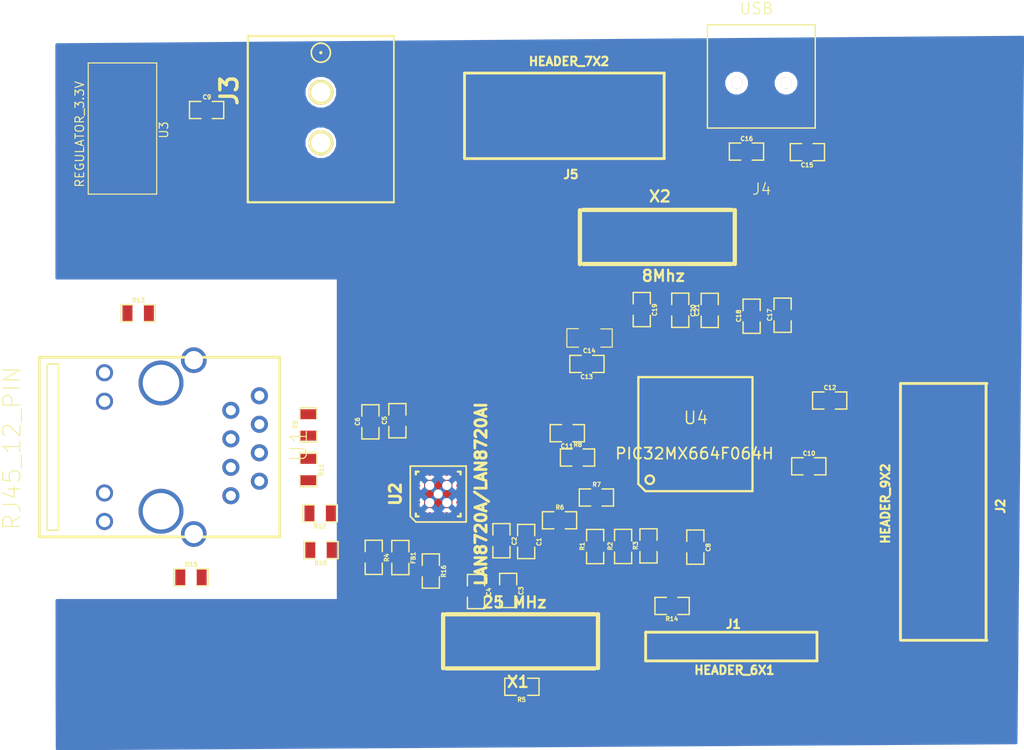
<source format=kicad_pcb>
(kicad_pcb (version 3) (host pcbnew "(2013-08-24 BZR 4298)-stable")

  (general
    (links 155)
    (no_connects 149)
    (area 28.60159 58.582667 119.780001 129.560001)
    (thickness 1.6)
    (drawings 0)
    (tracks 2)
    (zones 0)
    (modules 48)
    (nets 67)
  )

  (page A4)
  (layers
    (15 F.Cu signal)
    (0 B.Cu signal)
    (16 B.Adhes user)
    (17 F.Adhes user)
    (18 B.Paste user)
    (19 F.Paste user)
    (20 B.SilkS user)
    (21 F.SilkS user)
    (22 B.Mask user)
    (23 F.Mask user)
    (24 Dwgs.User user)
    (25 Cmts.User user)
    (26 Eco1.User user)
    (27 Eco2.User user)
    (28 Edge.Cuts user)
  )

  (setup
    (last_trace_width 0.25)
    (user_trace_width 0.25)
    (user_trace_width 0.25)
    (user_trace_width 0.3)
    (user_trace_width 0.4)
    (user_trace_width 0.5)
    (user_trace_width 0.6)
    (user_trace_width 0.7)
    (user_trace_width 0.8)
    (user_trace_width 0.9)
    (user_trace_width 1)
    (user_trace_width 1.1)
    (user_trace_width 1.2)
    (trace_clearance 0.25)
    (zone_clearance 0.508)
    (zone_45_only no)
    (trace_min 0.25)
    (segment_width 0.2)
    (edge_width 0.1)
    (via_size 0.889)
    (via_drill 0.635)
    (via_min_size 0.889)
    (via_min_drill 0.508)
    (uvia_size 0.508)
    (uvia_drill 0.127)
    (uvias_allowed no)
    (uvia_min_size 0.508)
    (uvia_min_drill 0.127)
    (pcb_text_width 0.3)
    (pcb_text_size 1.5 1.5)
    (mod_edge_width 0.15)
    (mod_text_size 1 1)
    (mod_text_width 0.15)
    (pad_size 0.9906 2.54)
    (pad_drill 0)
    (pad_to_mask_clearance 0)
    (aux_axis_origin 0 0)
    (visible_elements 7FFFFFFF)
    (pcbplotparams
      (layerselection 3178497)
      (usegerberextensions true)
      (excludeedgelayer true)
      (linewidth 0.150000)
      (plotframeref false)
      (viasonmask false)
      (mode 1)
      (useauxorigin false)
      (hpglpennumber 1)
      (hpglpenspeed 20)
      (hpglpendiameter 15)
      (hpglpenoverlay 2)
      (psnegative false)
      (psa4output false)
      (plotreference true)
      (plotvalue true)
      (plotothertext true)
      (plotinvisibletext false)
      (padsonsilk false)
      (subtractmaskfromsilk false)
      (outputformat 1)
      (mirror false)
      (drillshape 1)
      (scaleselection 1)
      (outputdirectory ""))
  )

  (net 0 "")
  (net 1 +3.3v)
  (net 2 +5v_Vbus)
  (net 3 AVDD)
  (net 4 D+)
  (net 5 D-)
  (net 6 ECRSDV)
  (net 7 EMDC)
  (net 8 EMDIO)
  (net 9 EREFCLK)
  (net 10 ERXD0)
  (net 11 ERXD1)
  (net 12 ERXERR)
  (net 13 ETXD0)
  (net 14 ETXD1)
  (net 15 ETXEN)
  (net 16 GND)
  (net 17 GreenLED)
  (net 18 ICSPCLK_RB1)
  (net 19 ICSPDAT_RB0)
  (net 20 N-000001)
  (net 21 N-0000012)
  (net 22 N-0000013)
  (net 23 N-0000014)
  (net 24 N-0000015)
  (net 25 N-0000017)
  (net 26 N-0000018)
  (net 27 N-000002)
  (net 28 N-0000025)
  (net 29 N-0000028)
  (net 30 N-0000029)
  (net 31 N-000003)
  (net 32 N-0000030)
  (net 33 N-000004)
  (net 34 N-0000069)
  (net 35 N-0000074)
  (net 36 RB10)
  (net 37 RB11)
  (net 38 RB12)
  (net 39 RB13)
  (net 40 RB14)
  (net 41 RB2)
  (net 42 RB3)
  (net 43 RB4)
  (net 44 RB5)
  (net 45 RB6)
  (net 46 RB7)
  (net 47 RB8)
  (net 48 RB9)
  (net 49 RD0)
  (net 50 RD10)
  (net 51 RD11)
  (net 52 RD2)
  (net 53 RD3)
  (net 54 RD4)
  (net 55 RD5)
  (net 56 RD6)
  (net 57 RD7)
  (net 58 RD8)
  (net 59 RD9)
  (net 60 RXN)
  (net 61 RXP)
  (net 62 TXN)
  (net 63 TXP)
  (net 64 YellowLED)
  (net 65 nRST)
  (net 66 ~MCLR~)

  (net_class Default "This is the default net class."
    (clearance 0.25)
    (trace_width 0.25)
    (via_dia 0.889)
    (via_drill 0.635)
    (uvia_dia 0.508)
    (uvia_drill 0.127)
    (add_net "")
    (add_net +3.3v)
    (add_net +5v_Vbus)
    (add_net AVDD)
    (add_net D+)
    (add_net D-)
    (add_net ECRSDV)
    (add_net EMDC)
    (add_net EMDIO)
    (add_net EREFCLK)
    (add_net ERXD0)
    (add_net ERXD1)
    (add_net ERXERR)
    (add_net ETXD0)
    (add_net ETXD1)
    (add_net ETXEN)
    (add_net GND)
    (add_net GreenLED)
    (add_net ICSPCLK_RB1)
    (add_net ICSPDAT_RB0)
    (add_net N-000001)
    (add_net N-0000012)
    (add_net N-0000013)
    (add_net N-0000014)
    (add_net N-0000015)
    (add_net N-0000017)
    (add_net N-0000018)
    (add_net N-000002)
    (add_net N-0000025)
    (add_net N-0000028)
    (add_net N-0000029)
    (add_net N-000003)
    (add_net N-0000030)
    (add_net N-000004)
    (add_net N-0000069)
    (add_net N-0000074)
    (add_net RB10)
    (add_net RB11)
    (add_net RB12)
    (add_net RB13)
    (add_net RB14)
    (add_net RB2)
    (add_net RB3)
    (add_net RB4)
    (add_net RB5)
    (add_net RB6)
    (add_net RB7)
    (add_net RB8)
    (add_net RB9)
    (add_net RD0)
    (add_net RD10)
    (add_net RD11)
    (add_net RD2)
    (add_net RD3)
    (add_net RD4)
    (add_net RD5)
    (add_net RD6)
    (add_net RD7)
    (add_net RD8)
    (add_net RD9)
    (add_net RXN)
    (add_net RXP)
    (add_net TXN)
    (add_net TXP)
    (add_net YellowLED)
    (add_net nRST)
    (add_net ~MCLR~)
  )

  (module TED_SM1206 (layer F.Cu) (tedit 522E5F8D) (tstamp 52467A28)
    (at 81.08 92.82 180)
    (path /523F8B05)
    (attr smd)
    (fp_text reference C14 (at 0.0254 -1.14808 180) (layer F.SilkS)
      (effects (font (size 0.381 0.381) (thickness 0.09398)))
    )
    (fp_text value 10uF (at 0.10668 1.19888 180) (layer F.SilkS) hide
      (effects (font (size 0.381 0.381) (thickness 0.09398)))
    )
    (fp_line (start -1.00076 0.79756) (end -2.01676 0.79756) (layer F.SilkS) (width 0.09906))
    (fp_line (start -2.02184 0.762) (end -2.02184 -0.762) (layer F.SilkS) (width 0.09906))
    (fp_line (start -2.02184 -0.82296) (end -1.00584 -0.82296) (layer F.SilkS) (width 0.09906))
    (fp_line (start 0.98552 -0.82804) (end 2.00152 -0.82804) (layer F.SilkS) (width 0.09906))
    (fp_line (start 2.01676 -0.762) (end 2.01676 0.762) (layer F.SilkS) (width 0.09906))
    (fp_line (start 2.01168 0.81788) (end 0.99568 0.81788) (layer F.SilkS) (width 0.09906))
    (pad 1 smd rect (at -1.46304 -0.01524 180) (size 1.00076 1.50114)
      (layers F.Cu F.Paste F.Mask)
      (net 25 N-0000017)
    )
    (pad 2 smd rect (at 1.46304 -0.00508 180) (size 1.00076 1.5494)
      (layers F.Cu F.Paste F.Mask)
      (net 16 GND)
    )
    (model smd/chip_cms.wrl
      (at (xyz 0 0 0))
      (scale (xyz 0.1 0.1 0.1))
      (rotate (xyz 0 0 0))
    )
  )

  (module TED_USB_SMT_MINI (layer F.Cu) (tedit 521A2BF5) (tstamp 52467AEB)
    (at 96.375 69.525 180)
    (path /5241120F)
    (fp_text reference J4 (at -0.0381 -10.04316 180) (layer F.SilkS)
      (effects (font (size 1.00076 1.00076) (thickness 0.09906)))
    )
    (fp_text value USB (at 0.4445 6.0452 180) (layer F.SilkS)
      (effects (font (size 1.00076 1.00076) (thickness 0.09906)))
    )
    (fp_line (start -4.8006 -4.59994) (end 4.8006 -4.60248) (layer F.SilkS) (width 0.127))
    (fp_line (start 4.8006 -4.60248) (end 4.8006 4.59994) (layer F.SilkS) (width 0.127))
    (fp_line (start 4.8006 4.59994) (end -4.8006 4.59994) (layer F.SilkS) (width 0.127))
    (fp_line (start -4.8006 4.59994) (end -4.8006 -4.59994) (layer F.SilkS) (width 0.127))
    (pad GP smd rect (at 4.45008 -3.0988 180) (size 1.6002 1.6002)
      (layers F.Cu F.Paste F.Mask)
    )
    (pad GP smd rect (at 4.45008 2.4003 180) (size 1.6002 1.6002)
      (layers F.Cu F.Paste F.Mask)
    )
    (pad GP smd rect (at -4.45008 -3.0988 180) (size 1.6002 1.6002)
      (layers F.Cu F.Paste F.Mask)
    )
    (pad "" thru_hole circle (at 2.19964 -0.59944 180) (size 1.00076 1.00076) (drill 1.00076)
      (layers *.Cu *.Mask F.SilkS)
    )
    (pad 4 smd rect (at 0.8001 -3.70078 180) (size 0.50038 1.19888)
      (layers F.Cu F.Paste F.Mask)
      (net 16 GND)
    )
    (pad 1 smd rect (at -1.6002 -3.70078 180) (size 0.50038 1.19888)
      (layers F.Cu F.Paste F.Mask)
      (net 2 +5v_Vbus)
    )
    (pad 2 smd rect (at -0.8001 -3.70078 180) (size 0.50038 1.19888)
      (layers F.Cu F.Paste F.Mask)
      (net 5 D-)
    )
    (pad 5 smd rect (at 1.6002 -3.70078 180) (size 0.50038 1.19888)
      (layers F.Cu F.Paste F.Mask)
      (net 34 N-0000069)
    )
    (pad 3 smd rect (at 0.0127 -3.70078 180) (size 0.50038 1.19888)
      (layers F.Cu F.Paste F.Mask)
      (net 4 D+)
    )
    (pad GP smd rect (at -4.45008 2.4003 180) (size 1.6002 1.6002)
      (layers F.Cu F.Paste F.Mask)
    )
    (pad "" thru_hole circle (at -2.19964 -0.59944 180) (size 1.00076 1.00076) (drill 1.00076)
      (layers *.Cu *.Mask F.SilkS)
    )
  )

  (module TQFP_64 (layer F.Cu) (tedit 48A969ED) (tstamp 52467C56)
    (at 90.425 101.475)
    (tags "TQFP64 TQFP SMD IC")
    (path /523BFA34)
    (fp_text reference U4 (at 0.127 -1.524) (layer F.SilkS)
      (effects (font (size 1.09982 1.09982) (thickness 0.127)))
    )
    (fp_text value PIC32MX664F064H (at 0 1.651) (layer F.SilkS)
      (effects (font (size 1.00076 1.00076) (thickness 0.1524)))
    )
    (fp_circle (center -3.98272 3.98272) (end -3.98272 3.60172) (layer F.SilkS) (width 0.2032))
    (fp_line (start 5.16128 -5.16128) (end -4.99872 -5.16128) (layer F.SilkS) (width 0.2032))
    (fp_line (start -4.99872 -5.16128) (end -4.99872 4.36372) (layer F.SilkS) (width 0.2032))
    (fp_line (start -4.99872 4.36372) (end -4.36372 4.99872) (layer F.SilkS) (width 0.2032))
    (fp_line (start -4.36372 4.99872) (end 5.16128 4.99872) (layer F.SilkS) (width 0.2032))
    (fp_line (start 5.16128 4.99872) (end 5.16128 -5.16128) (layer F.SilkS) (width 0.2032))
    (pad 1 smd rect (at -3.74904 5.86994) (size 0.24892 1.524)
      (layers F.Cu F.Paste F.Mask)
      (net 15 ETXEN)
    )
    (pad 2 smd oval (at -3.24866 5.86994) (size 0.24892 1.524)
      (layers F.Cu F.Paste F.Mask)
      (net 13 ETXD0)
    )
    (pad 3 smd oval (at -2.74828 5.86994) (size 0.24892 1.524)
      (layers F.Cu F.Paste F.Mask)
      (net 14 ETXD1)
    )
    (pad 4 smd oval (at -2.2479 5.86994) (size 0.24892 1.524)
      (layers F.Cu F.Paste F.Mask)
    )
    (pad 5 smd oval (at -1.74752 5.86994) (size 0.24892 1.524)
      (layers F.Cu F.Paste F.Mask)
    )
    (pad 6 smd oval (at -1.24968 5.86994) (size 0.24892 1.524)
      (layers F.Cu F.Paste F.Mask)
    )
    (pad 7 smd oval (at -0.7493 5.86994) (size 0.24892 1.524)
      (layers F.Cu F.Paste F.Mask)
      (net 66 ~MCLR~)
    )
    (pad 8 smd oval (at -0.24892 5.86994) (size 0.24892 1.524)
      (layers F.Cu F.Paste F.Mask)
    )
    (pad 9 smd oval (at 0.25146 5.86994) (size 0.24892 1.524)
      (layers F.Cu F.Paste F.Mask)
      (net 16 GND)
    )
    (pad 10 smd oval (at 0.75184 5.86994) (size 0.24892 1.524)
      (layers F.Cu F.Paste F.Mask)
      (net 1 +3.3v)
    )
    (pad 11 smd oval (at 1.25222 5.86994) (size 0.24892 1.524)
      (layers F.Cu F.Paste F.Mask)
      (net 44 RB5)
    )
    (pad 12 smd oval (at 1.75006 5.86994) (size 0.24892 1.524)
      (layers F.Cu F.Paste F.Mask)
      (net 43 RB4)
    )
    (pad 13 smd oval (at 2.25044 5.86994) (size 0.24892 1.524)
      (layers F.Cu F.Paste F.Mask)
      (net 42 RB3)
    )
    (pad 14 smd oval (at 2.75082 5.86994) (size 0.24892 1.524)
      (layers F.Cu F.Paste F.Mask)
      (net 41 RB2)
    )
    (pad 15 smd oval (at 3.2512 5.86994) (size 0.24892 1.524)
      (layers F.Cu F.Paste F.Mask)
      (net 18 ICSPCLK_RB1)
    )
    (pad 16 smd oval (at 3.75158 5.86994) (size 0.24892 1.524)
      (layers F.Cu F.Paste F.Mask)
      (net 19 ICSPDAT_RB0)
    )
    (pad 17 smd oval (at 6.0325 3.74904) (size 1.524 0.24892)
      (layers F.Cu F.Paste F.Mask)
      (net 45 RB6)
    )
    (pad 18 smd oval (at 6.0325 3.24866) (size 1.524 0.24892)
      (layers F.Cu F.Paste F.Mask)
      (net 46 RB7)
    )
    (pad 19 smd oval (at 6.0325 2.74828) (size 1.524 0.24892)
      (layers F.Cu F.Paste F.Mask)
      (net 1 +3.3v)
    )
    (pad 20 smd oval (at 6.0325 2.2479) (size 1.524 0.24892)
      (layers F.Cu F.Paste F.Mask)
      (net 16 GND)
    )
    (pad 21 smd oval (at 6.0325 1.74752) (size 1.524 0.24892)
      (layers F.Cu F.Paste F.Mask)
      (net 47 RB8)
    )
    (pad 22 smd oval (at 6.0325 1.24968) (size 1.524 0.24892)
      (layers F.Cu F.Paste F.Mask)
      (net 48 RB9)
    )
    (pad 23 smd oval (at 6.0325 0.7493) (size 1.524 0.24892)
      (layers F.Cu F.Paste F.Mask)
      (net 36 RB10)
    )
    (pad 24 smd oval (at 6.0325 0.24892) (size 1.524 0.24892)
      (layers F.Cu F.Paste F.Mask)
      (net 37 RB11)
    )
    (pad 25 smd oval (at 6.0325 -0.25146) (size 1.524 0.24892)
      (layers F.Cu F.Paste F.Mask)
      (net 16 GND)
    )
    (pad 26 smd oval (at 6.0325 -0.75184) (size 1.524 0.24892)
      (layers F.Cu F.Paste F.Mask)
      (net 1 +3.3v)
    )
    (pad 27 smd oval (at 6.0325 -1.25222) (size 1.524 0.24892)
      (layers F.Cu F.Paste F.Mask)
      (net 38 RB12)
    )
    (pad 28 smd oval (at 6.0325 -1.75006) (size 1.524 0.24892)
      (layers F.Cu F.Paste F.Mask)
      (net 39 RB13)
    )
    (pad 29 smd oval (at 6.0325 -2.25044) (size 1.524 0.24892)
      (layers F.Cu F.Paste F.Mask)
      (net 40 RB14)
    )
    (pad 30 smd oval (at 6.0325 -2.75082) (size 1.524 0.24892)
      (layers F.Cu F.Paste F.Mask)
      (net 7 EMDC)
    )
    (pad 31 smd oval (at 6.0325 -3.2512) (size 1.524 0.24892)
      (layers F.Cu F.Paste F.Mask)
    )
    (pad 32 smd oval (at 6.0325 -3.75158) (size 1.524 0.24892)
      (layers F.Cu F.Paste F.Mask)
    )
    (pad 33 smd oval (at 3.75158 -6.0325) (size 0.24892 1.524)
      (layers F.Cu F.Paste F.Mask)
    )
    (pad 34 smd oval (at 3.2512 -6.0325) (size 0.24892 1.524)
      (layers F.Cu F.Paste F.Mask)
      (net 2 +5v_Vbus)
    )
    (pad 35 smd oval (at 2.75082 -6.0325) (size 0.24892 1.524)
      (layers F.Cu F.Paste F.Mask)
      (net 1 +3.3v)
    )
    (pad 36 smd oval (at 2.25044 -6.0325) (size 0.24892 1.524)
      (layers F.Cu F.Paste F.Mask)
      (net 5 D-)
    )
    (pad 37 smd oval (at 1.75006 -6.0325) (size 0.24892 1.524)
      (layers F.Cu F.Paste F.Mask)
      (net 4 D+)
    )
    (pad 38 smd oval (at 1.25222 -6.0325) (size 0.24892 1.524)
      (layers F.Cu F.Paste F.Mask)
      (net 1 +3.3v)
    )
    (pad 39 smd oval (at 0.75184 -6.0325) (size 0.24892 1.524)
      (layers F.Cu F.Paste F.Mask)
      (net 35 N-0000074)
    )
    (pad 40 smd oval (at 0.25146 -6.0325) (size 0.24892 1.524)
      (layers F.Cu F.Paste F.Mask)
      (net 26 N-0000018)
    )
    (pad 41 smd oval (at -0.24892 -6.0325) (size 0.24892 1.524)
      (layers F.Cu F.Paste F.Mask)
      (net 16 GND)
    )
    (pad 42 smd oval (at -0.7493 -6.0325) (size 0.24892 1.524)
      (layers F.Cu F.Paste F.Mask)
      (net 58 RD8)
    )
    (pad 43 smd oval (at -1.24968 -6.0325) (size 0.24892 1.524)
      (layers F.Cu F.Paste F.Mask)
      (net 59 RD9)
    )
    (pad 44 smd oval (at -1.74752 -6.0325) (size 0.24892 1.524)
      (layers F.Cu F.Paste F.Mask)
      (net 50 RD10)
    )
    (pad 45 smd oval (at -2.2479 -6.0325) (size 0.24892 1.524)
      (layers F.Cu F.Paste F.Mask)
      (net 51 RD11)
    )
    (pad 46 smd oval (at -2.74828 -6.0325) (size 0.24892 1.524)
      (layers F.Cu F.Paste F.Mask)
      (net 49 RD0)
    )
    (pad 47 smd oval (at -3.24866 -6.0325) (size 0.24892 1.524)
      (layers F.Cu F.Paste F.Mask)
    )
    (pad 48 smd oval (at -3.74904 -6.0325) (size 0.24892 1.524)
      (layers F.Cu F.Paste F.Mask)
    )
    (pad 49 smd oval (at -5.86994 -3.75158) (size 1.524 0.24892)
      (layers F.Cu F.Paste F.Mask)
      (net 8 EMDIO)
    )
    (pad 50 smd oval (at -5.86994 -3.2512) (size 1.524 0.24892)
      (layers F.Cu F.Paste F.Mask)
      (net 52 RD2)
    )
    (pad 52 smd oval (at -5.86994 -2.25044) (size 1.524 0.24892)
      (layers F.Cu F.Paste F.Mask)
      (net 54 RD4)
    )
    (pad 51 smd oval (at -5.88772 -2.75082) (size 1.524 0.24892)
      (layers F.Cu F.Paste F.Mask)
      (net 53 RD3)
    )
    (pad 53 smd oval (at -5.86994 -1.75006) (size 1.524 0.24892)
      (layers F.Cu F.Paste F.Mask)
      (net 55 RD5)
    )
    (pad 54 smd oval (at -5.86994 -1.25222) (size 1.524 0.24892)
      (layers F.Cu F.Paste F.Mask)
      (net 56 RD6)
    )
    (pad 55 smd oval (at -5.86994 -0.75184) (size 1.524 0.24892)
      (layers F.Cu F.Paste F.Mask)
      (net 57 RD7)
    )
    (pad 56 smd oval (at -5.86994 -0.25146) (size 1.524 0.24892)
      (layers F.Cu F.Paste F.Mask)
      (net 25 N-0000017)
    )
    (pad 57 smd oval (at -5.86994 0.24892) (size 1.524 0.24892)
      (layers F.Cu F.Paste F.Mask)
      (net 1 +3.3v)
    )
    (pad 58 smd oval (at -5.86994 0.7493) (size 1.524 0.24892)
      (layers F.Cu F.Paste F.Mask)
      (net 65 nRST)
    )
    (pad 59 smd oval (at -5.86994 1.24206) (size 1.524 0.24892)
      (layers F.Cu F.Paste F.Mask)
    )
    (pad 60 smd oval (at -5.86994 1.74244) (size 1.524 0.24892)
      (layers F.Cu F.Paste F.Mask)
      (net 11 ERXD1)
    )
    (pad 61 smd oval (at -5.86994 2.24282) (size 1.524 0.24892)
      (layers F.Cu F.Paste F.Mask)
      (net 10 ERXD0)
    )
    (pad 62 smd oval (at -5.86994 2.7432) (size 1.524 0.24892)
      (layers F.Cu F.Paste F.Mask)
      (net 6 ECRSDV)
    )
    (pad 63 smd oval (at -5.86994 3.24104) (size 1.524 0.24892)
      (layers F.Cu F.Paste F.Mask)
      (net 9 EREFCLK)
    )
    (pad 64 smd oval (at -5.86994 3.74142) (size 1.524 0.24892)
      (layers F.Cu F.Paste F.Mask)
      (net 12 ERXERR)
    )
    (model smd/TQFP_64.wrl
      (at (xyz 0 0 0.001))
      (scale (xyz 0.3937 0.3937 0.3937))
      (rotate (xyz 0 0 0))
    )
  )

  (module TED_crystal_SMT_13x5mm (layer F.Cu) (tedit 4C13C050) (tstamp 52467CBD)
    (at 74.94 119.86 180)
    (path /523E7BF0)
    (fp_text reference X1 (at 0.2286 -3.60172 180) (layer F.SilkS)
      (effects (font (size 1.00076 1.00076) (thickness 0.20066)))
    )
    (fp_text value "25 MHz" (at 0.5334 3.47472 180) (layer F.SilkS)
      (effects (font (size 1.00076 1.00076) (thickness 0.20066)))
    )
    (fp_line (start 6.89356 -2.3876) (end 6.89356 2.41808) (layer F.SilkS) (width 0.381))
    (fp_line (start -6.89356 -2.37236) (end -6.89356 2.43332) (layer F.SilkS) (width 0.381))
    (fp_line (start -6.59892 2.41808) (end 6.61416 2.41808) (layer F.SilkS) (width 0.381))
    (fp_line (start -6.604 -2.40284) (end 6.60908 -2.40284) (layer F.SilkS) (width 0.381))
    (pad 1 smd rect (at -5.08 0.03556 180) (size 3.79984 2.10058)
      (layers F.Cu F.Paste F.Mask)
      (net 31 N-000003)
    )
    (pad 2 smd rect (at 5.08 -0.06096 180) (size 3.79984 2.10058)
      (layers F.Cu F.Paste F.Mask)
      (net 23 N-0000014)
    )
  )

  (module TED_crystal_SMT_13x5mm (layer F.Cu) (tedit 4C13C050) (tstamp 52467CC7)
    (at 87.12 83.82)
    (path /523F7B39)
    (fp_text reference X2 (at 0.2286 -3.60172) (layer F.SilkS)
      (effects (font (size 1.00076 1.00076) (thickness 0.20066)))
    )
    (fp_text value 8Mhz (at 0.5334 3.47472) (layer F.SilkS)
      (effects (font (size 1.00076 1.00076) (thickness 0.20066)))
    )
    (fp_line (start 6.89356 -2.3876) (end 6.89356 2.41808) (layer F.SilkS) (width 0.381))
    (fp_line (start -6.89356 -2.37236) (end -6.89356 2.43332) (layer F.SilkS) (width 0.381))
    (fp_line (start -6.59892 2.41808) (end 6.61416 2.41808) (layer F.SilkS) (width 0.381))
    (fp_line (start -6.604 -2.40284) (end 6.60908 -2.40284) (layer F.SilkS) (width 0.381))
    (pad 1 smd rect (at -5.08 0.03556) (size 3.79984 2.10058)
      (layers F.Cu F.Paste F.Mask)
      (net 26 N-0000018)
    )
    (pad 2 smd rect (at 5.08 -0.06096) (size 3.79984 2.10058)
      (layers F.Cu F.Paste F.Mask)
      (net 35 N-0000074)
    )
  )

  (module TED_RJ45_12pin_Bottom (layer F.Cu) (tedit 5244FBB3) (tstamp 52467EB3)
    (at 42.8 102.55 270)
    (path /5245188F)
    (fp_text reference U1 (at -0.1524 -12.36472 270) (layer F.SilkS)
      (effects (font (thickness 0.09906)))
    )
    (fp_text value RJ45_12_PIN (at 0.1016 13.13688 270) (layer F.SilkS)
      (effects (font (thickness 0.09906)))
    )
    (fp_line (start -7.4 9) (end -7.4 10) (layer F.SilkS) (width 0.15))
    (fp_line (start -7.4 10) (end 7.4 10) (layer F.SilkS) (width 0.15))
    (fp_line (start 7.4 10) (end 7.4 9) (layer F.SilkS) (width 0.15))
    (fp_line (start 7.4 9) (end -7.4 9) (layer F.SilkS) (width 0.15))
    (fp_line (start -8 -10.7) (end 8 -10.7) (layer F.SilkS) (width 0.254))
    (fp_line (start 8 -10.7) (end 8 10.7) (layer F.SilkS) (width 0.254))
    (fp_line (start 8 10.7) (end -8 10.7) (layer F.SilkS) (width 0.254))
    (fp_line (start -8 10.7) (end -8 -10.7) (layer F.SilkS) (width 0.254))
    (pad 12 thru_hole circle (at -6.625 4.9 270) (size 1.524 1.524) (drill 1.02)
      (layers F.Cu)
      (net 16 GND)
      (clearance 0.2)
    )
    (pad 11 thru_hole circle (at -4.085 4.9 270) (size 1.524 1.524) (drill 1.02)
      (layers F.Cu)
      (net 64 YellowLED)
      (clearance 0.2)
    )
    (pad 10 thru_hole circle (at 4.085 4.9 270) (size 1.524 1.524) (drill 1.02)
      (layers F.Cu)
      (net 16 GND)
      (clearance 0.2)
    )
    (pad 9 thru_hole circle (at 6.625 4.9 270) (size 1.524 1.524) (drill 1.02)
      (layers F.Cu)
      (net 17 GreenLED)
      (clearance 0.2)
    )
    (pad 7 thru_hole circle (at -3.2766 -6.35 270) (size 1.524 1.524) (drill 0.89)
      (layers F.Cu)
    )
    (pad 3 thru_hole circle (at 1.8034 -6.35 270) (size 1.524 1.524) (drill 0.89)
      (layers F.Cu)
      (net 61 RXP)
    )
    (pad 5 thru_hole circle (at -0.7366 -6.35 270) (size 1.524 1.524) (drill 0.89)
      (layers F.Cu)
      (net 1 +3.3v)
    )
    (pad 1 thru_hole circle (at 4.33324 -6.35 270) (size 1.524 1.524) (drill 0.89)
      (layers F.Cu)
      (net 63 TXP)
    )
    (pad 2 thru_hole circle (at 3.03784 -8.89 270) (size 1.524 1.524) (drill 0.89)
      (layers F.Cu)
      (net 62 TXN)
    )
    (pad 6 thru_hole circle (at -2.032 -8.89 270) (size 1.524 1.524) (drill 0.89)
      (layers F.Cu)
      (net 60 RXN)
    )
    (pad 4 thru_hole circle (at 0.508 -8.89 270) (size 1.524 1.524) (drill 0.89)
      (layers F.Cu)
      (net 1 +3.3v)
    )
    (pad "" thru_hole circle (at 5.715 -0.13208 270) (size 4 4) (drill 3.25)
      (layers F.Cu)
    )
    (pad "" thru_hole circle (at -5.715 -0.13208 270) (size 4 4) (drill 3.25)
      (layers F.Cu)
      (clearance 0.3)
    )
    (pad "" thru_hole circle (at -7.745 -3.05 270) (size 2.286 2.286) (drill 1.63)
      (layers F.Cu)
      (clearance 0.3)
    )
    (pad "" thru_hole circle (at 7.745 -3.05 270) (size 2.286 2.286) (drill 1.63)
      (layers F.Cu)
      (clearance 0.3)
    )
    (pad 8 thru_hole circle (at -4.572 -8.89 270) (size 1.524 1.524) (drill 0.89)
      (layers F.Cu)
      (net 16 GND)
    )
  )

  (module TED_DC_2.1mm_SMT (layer F.Cu) (tedit 52450317) (tstamp 5246829E)
    (at 57.16 70.94 90)
    (path /523E218E)
    (fp_text reference J3 (at 0.15748 -8.15848 90) (layer F.SilkS)
      (effects (font (thickness 0.3048)))
    )
    (fp_text value "Logic DC_2.1MM" (at 0.1016 8.49884 90) (layer F.SilkS) hide
      (effects (font (thickness 0.3048)))
    )
    (fp_circle (center 3.525 0) (end 3.525 -0.075) (layer F.SilkS) (width 0.15))
    (fp_circle (center 3.525 0) (end 3.55 -0.85) (layer F.SilkS) (width 0.15))
    (fp_line (start -9.8 -6.5024) (end 5 -6.5024) (layer F.SilkS) (width 0.20066))
    (fp_line (start 5 -6.5024) (end 5 6.5024) (layer F.SilkS) (width 0.20066))
    (fp_line (start 5 6.5024) (end -9.8 6.5024) (layer F.SilkS) (width 0.15))
    (fp_line (start -9.8 6.5024) (end -9.8 -6.5024) (layer F.SilkS) (width 0.20066))
    (pad 4 thru_hole circle (at -4.5 0 90) (size 2.2 2.2) (drill 1.7)
      (layers F.Cu F.SilkS)
      (clearance 0.2)
    )
    (pad 3 smd rect (at 0 5.4 90) (size 1.99898 1.99898)
      (layers F.Cu F.Paste F.Mask)
      (clearance 0.2)
    )
    (pad 3 smd rect (at -6.1 5.4 90) (size 1.99898 1.99898)
      (layers F.Cu F.Paste F.Mask)
    )
    (pad 2 smd rect (at 0 -5.41528 90) (size 1.99898 1.99898)
      (layers F.Cu F.Paste F.Mask)
      (net 16 GND)
      (clearance 0.2)
    )
    (pad 1 smd rect (at -6.1 -5.4 90) (size 1.99898 1.99898)
      (layers F.Cu F.Paste F.Mask)
      (net 2 +5v_Vbus)
      (clearance 0.2)
    )
    (pad 4 thru_hole circle (at 0 0 90) (size 2.2 2.2) (drill 1.7)
      (layers *.Mask F.Cu F.SilkS)
      (clearance 0.2)
    )
  )

  (module TED_SM0805 (layer F.Cu) (tedit 522E5F71) (tstamp 52467BBD)
    (at 66.95 113.59 270)
    (path /523E8A3C)
    (attr smd)
    (fp_text reference R16 (at 0.0254 -1.14808 270) (layer F.SilkS)
      (effects (font (size 0.381 0.381) (thickness 0.09398)))
    )
    (fp_text value "10k 1%" (at 0.10668 1.19888 270) (layer F.SilkS) hide
      (effects (font (size 0.381 0.381) (thickness 0.09398)))
    )
    (fp_line (start -0.508 0.762) (end -1.524 0.762) (layer F.SilkS) (width 0.127))
    (fp_line (start -1.524 0.762) (end -1.524 -0.762) (layer F.SilkS) (width 0.127))
    (fp_line (start -1.524 -0.762) (end -0.508 -0.762) (layer F.SilkS) (width 0.127))
    (fp_line (start 0.508 -0.762) (end 1.524 -0.762) (layer F.SilkS) (width 0.127))
    (fp_line (start 1.524 -0.762) (end 1.524 0.762) (layer F.SilkS) (width 0.127))
    (fp_line (start 1.524 0.762) (end 0.508 0.762) (layer F.SilkS) (width 0.127))
    (pad 1 smd rect (at -0.9525 0 270) (size 0.889 1.397)
      (layers F.Cu F.Paste F.Mask)
      (net 27 N-000002)
    )
    (pad 2 smd rect (at 0.9525 0 270) (size 0.889 1.397)
      (layers F.Cu F.Paste F.Mask)
      (net 16 GND)
    )
    (model smd/chip_cms.wrl
      (at (xyz 0 0 0))
      (scale (xyz 0.1 0.1 0.1))
      (rotate (xyz 0 0 0))
    )
  )

  (module TED_SM0805 (layer F.Cu) (tedit 522E5F71) (tstamp 52467BB1)
    (at 45.6 114.15)
    (path /523E8044)
    (attr smd)
    (fp_text reference R15 (at 0.0254 -1.14808) (layer F.SilkS)
      (effects (font (size 0.381 0.381) (thickness 0.09398)))
    )
    (fp_text value 255 (at 0.10668 1.19888) (layer F.SilkS) hide
      (effects (font (size 0.381 0.381) (thickness 0.09398)))
    )
    (fp_line (start -0.508 0.762) (end -1.524 0.762) (layer F.SilkS) (width 0.127))
    (fp_line (start -1.524 0.762) (end -1.524 -0.762) (layer F.SilkS) (width 0.127))
    (fp_line (start -1.524 -0.762) (end -0.508 -0.762) (layer F.SilkS) (width 0.127))
    (fp_line (start 0.508 -0.762) (end 1.524 -0.762) (layer F.SilkS) (width 0.127))
    (fp_line (start 1.524 -0.762) (end 1.524 0.762) (layer F.SilkS) (width 0.127))
    (fp_line (start 1.524 0.762) (end 0.508 0.762) (layer F.SilkS) (width 0.127))
    (pad 1 smd rect (at -0.9525 0) (size 0.889 1.397)
      (layers F.Cu F.Paste F.Mask)
      (net 17 GreenLED)
    )
    (pad 2 smd rect (at 0.9525 0) (size 0.889 1.397)
      (layers F.Cu F.Paste F.Mask)
      (net 27 N-000002)
    )
    (model smd/chip_cms.wrl
      (at (xyz 0 0 0))
      (scale (xyz 0.1 0.1 0.1))
      (rotate (xyz 0 0 0))
    )
  )

  (module TED_SM0805 (layer F.Cu) (tedit 522E5F71) (tstamp 52467BA5)
    (at 88.43 116.7 180)
    (path /523F485A)
    (attr smd)
    (fp_text reference R14 (at 0.0254 -1.14808 180) (layer F.SilkS)
      (effects (font (size 0.381 0.381) (thickness 0.09398)))
    )
    (fp_text value 4.7k (at 0.10668 1.19888 180) (layer F.SilkS) hide
      (effects (font (size 0.381 0.381) (thickness 0.09398)))
    )
    (fp_line (start -0.508 0.762) (end -1.524 0.762) (layer F.SilkS) (width 0.127))
    (fp_line (start -1.524 0.762) (end -1.524 -0.762) (layer F.SilkS) (width 0.127))
    (fp_line (start -1.524 -0.762) (end -0.508 -0.762) (layer F.SilkS) (width 0.127))
    (fp_line (start 0.508 -0.762) (end 1.524 -0.762) (layer F.SilkS) (width 0.127))
    (fp_line (start 1.524 -0.762) (end 1.524 0.762) (layer F.SilkS) (width 0.127))
    (fp_line (start 1.524 0.762) (end 0.508 0.762) (layer F.SilkS) (width 0.127))
    (pad 1 smd rect (at -0.9525 0 180) (size 0.889 1.397)
      (layers F.Cu F.Paste F.Mask)
      (net 1 +3.3v)
    )
    (pad 2 smd rect (at 0.9525 0 180) (size 0.889 1.397)
      (layers F.Cu F.Paste F.Mask)
      (net 66 ~MCLR~)
    )
    (model smd/chip_cms.wrl
      (at (xyz 0 0 0))
      (scale (xyz 0.1 0.1 0.1))
      (rotate (xyz 0 0 0))
    )
  )

  (module TED_SM0805 (layer F.Cu) (tedit 522E5F71) (tstamp 52467B8D)
    (at 57.1 108.45 180)
    (path /523F1FBF)
    (attr smd)
    (fp_text reference R12 (at 0.0254 -1.14808 180) (layer F.SilkS)
      (effects (font (size 0.381 0.381) (thickness 0.09398)))
    )
    (fp_text value 49.9 (at 0.10668 1.19888 180) (layer F.SilkS) hide
      (effects (font (size 0.381 0.381) (thickness 0.09398)))
    )
    (fp_line (start -0.508 0.762) (end -1.524 0.762) (layer F.SilkS) (width 0.127))
    (fp_line (start -1.524 0.762) (end -1.524 -0.762) (layer F.SilkS) (width 0.127))
    (fp_line (start -1.524 -0.762) (end -0.508 -0.762) (layer F.SilkS) (width 0.127))
    (fp_line (start 0.508 -0.762) (end 1.524 -0.762) (layer F.SilkS) (width 0.127))
    (fp_line (start 1.524 -0.762) (end 1.524 0.762) (layer F.SilkS) (width 0.127))
    (fp_line (start 1.524 0.762) (end 0.508 0.762) (layer F.SilkS) (width 0.127))
    (pad 1 smd rect (at -0.9525 0 180) (size 0.889 1.397)
      (layers F.Cu F.Paste F.Mask)
      (net 1 +3.3v)
    )
    (pad 2 smd rect (at 0.9525 0 180) (size 0.889 1.397)
      (layers F.Cu F.Paste F.Mask)
      (net 63 TXP)
    )
    (model smd/chip_cms.wrl
      (at (xyz 0 0 0))
      (scale (xyz 0.1 0.1 0.1))
      (rotate (xyz 0 0 0))
    )
  )

  (module TED_SM0805 (layer F.Cu) (tedit 522E5F71) (tstamp 524A440A)
    (at 56.05 104.55 270)
    (path /523F1FD6)
    (attr smd)
    (fp_text reference R11 (at 0.0254 -1.14808 270) (layer F.SilkS)
      (effects (font (size 0.381 0.381) (thickness 0.09398)))
    )
    (fp_text value 49.9 (at 0.10668 1.19888 270) (layer F.SilkS) hide
      (effects (font (size 0.381 0.381) (thickness 0.09398)))
    )
    (fp_line (start -0.508 0.762) (end -1.524 0.762) (layer F.SilkS) (width 0.127))
    (fp_line (start -1.524 0.762) (end -1.524 -0.762) (layer F.SilkS) (width 0.127))
    (fp_line (start -1.524 -0.762) (end -0.508 -0.762) (layer F.SilkS) (width 0.127))
    (fp_line (start 0.508 -0.762) (end 1.524 -0.762) (layer F.SilkS) (width 0.127))
    (fp_line (start 1.524 -0.762) (end 1.524 0.762) (layer F.SilkS) (width 0.127))
    (fp_line (start 1.524 0.762) (end 0.508 0.762) (layer F.SilkS) (width 0.127))
    (pad 1 smd rect (at -0.9525 0 270) (size 0.889 1.397)
      (layers F.Cu F.Paste F.Mask)
      (net 1 +3.3v)
    )
    (pad 2 smd rect (at 0.9525 0 270) (size 0.889 1.397)
      (layers F.Cu F.Paste F.Mask)
      (net 62 TXN)
    )
    (model smd/chip_cms.wrl
      (at (xyz 0 0 0))
      (scale (xyz 0.1 0.1 0.1))
      (rotate (xyz 0 0 0))
    )
  )

  (module TED_SM0805 (layer F.Cu) (tedit 522E5F71) (tstamp 52467B75)
    (at 57.175 111.725 180)
    (path /523F1FDC)
    (attr smd)
    (fp_text reference R10 (at 0.0254 -1.14808 180) (layer F.SilkS)
      (effects (font (size 0.381 0.381) (thickness 0.09398)))
    )
    (fp_text value 49.9 (at 0.10668 1.19888 180) (layer F.SilkS) hide
      (effects (font (size 0.381 0.381) (thickness 0.09398)))
    )
    (fp_line (start -0.508 0.762) (end -1.524 0.762) (layer F.SilkS) (width 0.127))
    (fp_line (start -1.524 0.762) (end -1.524 -0.762) (layer F.SilkS) (width 0.127))
    (fp_line (start -1.524 -0.762) (end -0.508 -0.762) (layer F.SilkS) (width 0.127))
    (fp_line (start 0.508 -0.762) (end 1.524 -0.762) (layer F.SilkS) (width 0.127))
    (fp_line (start 1.524 -0.762) (end 1.524 0.762) (layer F.SilkS) (width 0.127))
    (fp_line (start 1.524 0.762) (end 0.508 0.762) (layer F.SilkS) (width 0.127))
    (pad 1 smd rect (at -0.9525 0 180) (size 0.889 1.397)
      (layers F.Cu F.Paste F.Mask)
      (net 1 +3.3v)
    )
    (pad 2 smd rect (at 0.9525 0 180) (size 0.889 1.397)
      (layers F.Cu F.Paste F.Mask)
      (net 61 RXP)
    )
    (model smd/chip_cms.wrl
      (at (xyz 0 0 0))
      (scale (xyz 0.1 0.1 0.1))
      (rotate (xyz 0 0 0))
    )
  )

  (module TED_SM0805 (layer F.Cu) (tedit 522E5F71) (tstamp 524A4417)
    (at 56.05 100.575 90)
    (path /523F1FE2)
    (attr smd)
    (fp_text reference R9 (at 0.0254 -1.14808 90) (layer F.SilkS)
      (effects (font (size 0.381 0.381) (thickness 0.09398)))
    )
    (fp_text value 49.9 (at 0.10668 1.19888 90) (layer F.SilkS) hide
      (effects (font (size 0.381 0.381) (thickness 0.09398)))
    )
    (fp_line (start -0.508 0.762) (end -1.524 0.762) (layer F.SilkS) (width 0.127))
    (fp_line (start -1.524 0.762) (end -1.524 -0.762) (layer F.SilkS) (width 0.127))
    (fp_line (start -1.524 -0.762) (end -0.508 -0.762) (layer F.SilkS) (width 0.127))
    (fp_line (start 0.508 -0.762) (end 1.524 -0.762) (layer F.SilkS) (width 0.127))
    (fp_line (start 1.524 -0.762) (end 1.524 0.762) (layer F.SilkS) (width 0.127))
    (fp_line (start 1.524 0.762) (end 0.508 0.762) (layer F.SilkS) (width 0.127))
    (pad 1 smd rect (at -0.9525 0 90) (size 0.889 1.397)
      (layers F.Cu F.Paste F.Mask)
      (net 1 +3.3v)
    )
    (pad 2 smd rect (at 0.9525 0 90) (size 0.889 1.397)
      (layers F.Cu F.Paste F.Mask)
      (net 60 RXN)
    )
    (model smd/chip_cms.wrl
      (at (xyz 0 0 0))
      (scale (xyz 0.1 0.1 0.1))
      (rotate (xyz 0 0 0))
    )
  )

  (module TED_SM0805 (layer F.Cu) (tedit 522E5F71) (tstamp 52467B5D)
    (at 80.01 103.48)
    (path /523F3E09)
    (attr smd)
    (fp_text reference R8 (at 0.0254 -1.14808) (layer F.SilkS)
      (effects (font (size 0.381 0.381) (thickness 0.09398)))
    )
    (fp_text value 33 (at 0.10668 1.19888) (layer F.SilkS) hide
      (effects (font (size 0.381 0.381) (thickness 0.09398)))
    )
    (fp_line (start -0.508 0.762) (end -1.524 0.762) (layer F.SilkS) (width 0.127))
    (fp_line (start -1.524 0.762) (end -1.524 -0.762) (layer F.SilkS) (width 0.127))
    (fp_line (start -1.524 -0.762) (end -0.508 -0.762) (layer F.SilkS) (width 0.127))
    (fp_line (start 0.508 -0.762) (end 1.524 -0.762) (layer F.SilkS) (width 0.127))
    (fp_line (start 1.524 -0.762) (end 1.524 0.762) (layer F.SilkS) (width 0.127))
    (fp_line (start 1.524 0.762) (end 0.508 0.762) (layer F.SilkS) (width 0.127))
    (pad 1 smd rect (at -0.9525 0) (size 0.889 1.397)
      (layers F.Cu F.Paste F.Mask)
      (net 28 N-0000025)
    )
    (pad 2 smd rect (at 0.9525 0) (size 0.889 1.397)
      (layers F.Cu F.Paste F.Mask)
      (net 6 ECRSDV)
    )
    (model smd/chip_cms.wrl
      (at (xyz 0 0 0))
      (scale (xyz 0.1 0.1 0.1))
      (rotate (xyz 0 0 0))
    )
  )

  (module TED_SM0805 (layer F.Cu) (tedit 522E5F71) (tstamp 52467B51)
    (at 81.69 107.04)
    (path /523E8470)
    (attr smd)
    (fp_text reference R7 (at 0.0254 -1.14808) (layer F.SilkS)
      (effects (font (size 0.381 0.381) (thickness 0.09398)))
    )
    (fp_text value 33 (at 0.10668 1.19888) (layer F.SilkS) hide
      (effects (font (size 0.381 0.381) (thickness 0.09398)))
    )
    (fp_line (start -0.508 0.762) (end -1.524 0.762) (layer F.SilkS) (width 0.127))
    (fp_line (start -1.524 0.762) (end -1.524 -0.762) (layer F.SilkS) (width 0.127))
    (fp_line (start -1.524 -0.762) (end -0.508 -0.762) (layer F.SilkS) (width 0.127))
    (fp_line (start 0.508 -0.762) (end 1.524 -0.762) (layer F.SilkS) (width 0.127))
    (fp_line (start 1.524 -0.762) (end 1.524 0.762) (layer F.SilkS) (width 0.127))
    (fp_line (start 1.524 0.762) (end 0.508 0.762) (layer F.SilkS) (width 0.127))
    (pad 1 smd rect (at -0.9525 0) (size 0.889 1.397)
      (layers F.Cu F.Paste F.Mask)
      (net 21 N-0000012)
    )
    (pad 2 smd rect (at 0.9525 0) (size 0.889 1.397)
      (layers F.Cu F.Paste F.Mask)
      (net 10 ERXD0)
    )
    (model smd/chip_cms.wrl
      (at (xyz 0 0 0))
      (scale (xyz 0.1 0.1 0.1))
      (rotate (xyz 0 0 0))
    )
  )

  (module TED_SM0805 (layer F.Cu) (tedit 522E5F71) (tstamp 52467B45)
    (at 78.41 109.07)
    (path /523E8497)
    (attr smd)
    (fp_text reference R6 (at 0.0254 -1.14808) (layer F.SilkS)
      (effects (font (size 0.381 0.381) (thickness 0.09398)))
    )
    (fp_text value 33 (at 0.10668 1.19888) (layer F.SilkS) hide
      (effects (font (size 0.381 0.381) (thickness 0.09398)))
    )
    (fp_line (start -0.508 0.762) (end -1.524 0.762) (layer F.SilkS) (width 0.127))
    (fp_line (start -1.524 0.762) (end -1.524 -0.762) (layer F.SilkS) (width 0.127))
    (fp_line (start -1.524 -0.762) (end -0.508 -0.762) (layer F.SilkS) (width 0.127))
    (fp_line (start 0.508 -0.762) (end 1.524 -0.762) (layer F.SilkS) (width 0.127))
    (fp_line (start 1.524 -0.762) (end 1.524 0.762) (layer F.SilkS) (width 0.127))
    (fp_line (start 1.524 0.762) (end 0.508 0.762) (layer F.SilkS) (width 0.127))
    (pad 1 smd rect (at -0.9525 0) (size 0.889 1.397)
      (layers F.Cu F.Paste F.Mask)
      (net 22 N-0000013)
    )
    (pad 2 smd rect (at 0.9525 0) (size 0.889 1.397)
      (layers F.Cu F.Paste F.Mask)
      (net 11 ERXD1)
    )
    (model smd/chip_cms.wrl
      (at (xyz 0 0 0))
      (scale (xyz 0.1 0.1 0.1))
      (rotate (xyz 0 0 0))
    )
  )

  (module TED_SM0805 (layer F.Cu) (tedit 522E5F71) (tstamp 52467B39)
    (at 75.06 123.9 180)
    (path /523E7C54)
    (attr smd)
    (fp_text reference R5 (at 0.0254 -1.14808 180) (layer F.SilkS)
      (effects (font (size 0.381 0.381) (thickness 0.09398)))
    )
    (fp_text value 1M (at 0.10668 1.19888 180) (layer F.SilkS) hide
      (effects (font (size 0.381 0.381) (thickness 0.09398)))
    )
    (fp_line (start -0.508 0.762) (end -1.524 0.762) (layer F.SilkS) (width 0.127))
    (fp_line (start -1.524 0.762) (end -1.524 -0.762) (layer F.SilkS) (width 0.127))
    (fp_line (start -1.524 -0.762) (end -0.508 -0.762) (layer F.SilkS) (width 0.127))
    (fp_line (start 0.508 -0.762) (end 1.524 -0.762) (layer F.SilkS) (width 0.127))
    (fp_line (start 1.524 -0.762) (end 1.524 0.762) (layer F.SilkS) (width 0.127))
    (fp_line (start 1.524 0.762) (end 0.508 0.762) (layer F.SilkS) (width 0.127))
    (pad 1 smd rect (at -0.9525 0 180) (size 0.889 1.397)
      (layers F.Cu F.Paste F.Mask)
      (net 31 N-000003)
    )
    (pad 2 smd rect (at 0.9525 0 180) (size 0.889 1.397)
      (layers F.Cu F.Paste F.Mask)
      (net 23 N-0000014)
    )
    (model smd/chip_cms.wrl
      (at (xyz 0 0 0))
      (scale (xyz 0.1 0.1 0.1))
      (rotate (xyz 0 0 0))
    )
  )

  (module TED_SM0805 (layer F.Cu) (tedit 522E5F71) (tstamp 52467B2D)
    (at 61.87 112.37 270)
    (path /523E8D57)
    (attr smd)
    (fp_text reference R4 (at 0.0254 -1.14808 270) (layer F.SilkS)
      (effects (font (size 0.381 0.381) (thickness 0.09398)))
    )
    (fp_text value "12.1k 1%" (at 0.10668 1.19888 270) (layer F.SilkS) hide
      (effects (font (size 0.381 0.381) (thickness 0.09398)))
    )
    (fp_line (start -0.508 0.762) (end -1.524 0.762) (layer F.SilkS) (width 0.127))
    (fp_line (start -1.524 0.762) (end -1.524 -0.762) (layer F.SilkS) (width 0.127))
    (fp_line (start -1.524 -0.762) (end -0.508 -0.762) (layer F.SilkS) (width 0.127))
    (fp_line (start 0.508 -0.762) (end 1.524 -0.762) (layer F.SilkS) (width 0.127))
    (fp_line (start 1.524 -0.762) (end 1.524 0.762) (layer F.SilkS) (width 0.127))
    (fp_line (start 1.524 0.762) (end 0.508 0.762) (layer F.SilkS) (width 0.127))
    (pad 1 smd rect (at -0.9525 0 270) (size 0.889 1.397)
      (layers F.Cu F.Paste F.Mask)
      (net 33 N-000004)
    )
    (pad 2 smd rect (at 0.9525 0 270) (size 0.889 1.397)
      (layers F.Cu F.Paste F.Mask)
      (net 16 GND)
    )
    (model smd/chip_cms.wrl
      (at (xyz 0 0 0))
      (scale (xyz 0.1 0.1 0.1))
      (rotate (xyz 0 0 0))
    )
  )

  (module TED_SM0805 (layer F.Cu) (tedit 522E5F71) (tstamp 52467B21)
    (at 86.33 111.35 90)
    (path /523F2E2D)
    (attr smd)
    (fp_text reference R3 (at 0.0254 -1.14808 90) (layer F.SilkS)
      (effects (font (size 0.381 0.381) (thickness 0.09398)))
    )
    (fp_text value 33 (at 0.10668 1.19888 90) (layer F.SilkS) hide
      (effects (font (size 0.381 0.381) (thickness 0.09398)))
    )
    (fp_line (start -0.508 0.762) (end -1.524 0.762) (layer F.SilkS) (width 0.127))
    (fp_line (start -1.524 0.762) (end -1.524 -0.762) (layer F.SilkS) (width 0.127))
    (fp_line (start -1.524 -0.762) (end -0.508 -0.762) (layer F.SilkS) (width 0.127))
    (fp_line (start 0.508 -0.762) (end 1.524 -0.762) (layer F.SilkS) (width 0.127))
    (fp_line (start 1.524 -0.762) (end 1.524 0.762) (layer F.SilkS) (width 0.127))
    (fp_line (start 1.524 0.762) (end 0.508 0.762) (layer F.SilkS) (width 0.127))
    (pad 1 smd rect (at -0.9525 0 90) (size 0.889 1.397)
      (layers F.Cu F.Paste F.Mask)
      (net 29 N-0000028)
    )
    (pad 2 smd rect (at 0.9525 0 90) (size 0.889 1.397)
      (layers F.Cu F.Paste F.Mask)
      (net 14 ETXD1)
    )
    (model smd/chip_cms.wrl
      (at (xyz 0 0 0))
      (scale (xyz 0.1 0.1 0.1))
      (rotate (xyz 0 0 0))
    )
  )

  (module TED_SM0805 (layer F.Cu) (tedit 522E5F71) (tstamp 52467B15)
    (at 84.07 111.4 90)
    (path /523F2C6C)
    (attr smd)
    (fp_text reference R2 (at 0.0254 -1.14808 90) (layer F.SilkS)
      (effects (font (size 0.381 0.381) (thickness 0.09398)))
    )
    (fp_text value 33 (at 0.10668 1.19888 90) (layer F.SilkS) hide
      (effects (font (size 0.381 0.381) (thickness 0.09398)))
    )
    (fp_line (start -0.508 0.762) (end -1.524 0.762) (layer F.SilkS) (width 0.127))
    (fp_line (start -1.524 0.762) (end -1.524 -0.762) (layer F.SilkS) (width 0.127))
    (fp_line (start -1.524 -0.762) (end -0.508 -0.762) (layer F.SilkS) (width 0.127))
    (fp_line (start 0.508 -0.762) (end 1.524 -0.762) (layer F.SilkS) (width 0.127))
    (fp_line (start 1.524 -0.762) (end 1.524 0.762) (layer F.SilkS) (width 0.127))
    (fp_line (start 1.524 0.762) (end 0.508 0.762) (layer F.SilkS) (width 0.127))
    (pad 1 smd rect (at -0.9525 0 90) (size 0.889 1.397)
      (layers F.Cu F.Paste F.Mask)
      (net 30 N-0000029)
    )
    (pad 2 smd rect (at 0.9525 0 90) (size 0.889 1.397)
      (layers F.Cu F.Paste F.Mask)
      (net 13 ETXD0)
    )
    (model smd/chip_cms.wrl
      (at (xyz 0 0 0))
      (scale (xyz 0.1 0.1 0.1))
      (rotate (xyz 0 0 0))
    )
  )

  (module TED_SM0805 (layer F.Cu) (tedit 522E5F71) (tstamp 52467B09)
    (at 81.58 111.41 90)
    (path /523F2C72)
    (attr smd)
    (fp_text reference R1 (at 0.0254 -1.14808 90) (layer F.SilkS)
      (effects (font (size 0.381 0.381) (thickness 0.09398)))
    )
    (fp_text value 33 (at 0.10668 1.19888 90) (layer F.SilkS) hide
      (effects (font (size 0.381 0.381) (thickness 0.09398)))
    )
    (fp_line (start -0.508 0.762) (end -1.524 0.762) (layer F.SilkS) (width 0.127))
    (fp_line (start -1.524 0.762) (end -1.524 -0.762) (layer F.SilkS) (width 0.127))
    (fp_line (start -1.524 -0.762) (end -0.508 -0.762) (layer F.SilkS) (width 0.127))
    (fp_line (start 0.508 -0.762) (end 1.524 -0.762) (layer F.SilkS) (width 0.127))
    (fp_line (start 1.524 -0.762) (end 1.524 0.762) (layer F.SilkS) (width 0.127))
    (fp_line (start 1.524 0.762) (end 0.508 0.762) (layer F.SilkS) (width 0.127))
    (pad 1 smd rect (at -0.9525 0 90) (size 0.889 1.397)
      (layers F.Cu F.Paste F.Mask)
      (net 32 N-0000030)
    )
    (pad 2 smd rect (at 0.9525 0 90) (size 0.889 1.397)
      (layers F.Cu F.Paste F.Mask)
      (net 15 ETXEN)
    )
    (model smd/chip_cms.wrl
      (at (xyz 0 0 0))
      (scale (xyz 0.1 0.1 0.1))
      (rotate (xyz 0 0 0))
    )
  )

  (module TED_SM0805 (layer F.Cu) (tedit 522E5F71) (tstamp 52467AA0)
    (at 64.24 112.39 270)
    (path /523E9D9F)
    (attr smd)
    (fp_text reference FB1 (at 0.0254 -1.14808 270) (layer F.SilkS)
      (effects (font (size 0.381 0.381) (thickness 0.09398)))
    )
    (fp_text value 500mA (at 0.10668 1.19888 270) (layer F.SilkS) hide
      (effects (font (size 0.381 0.381) (thickness 0.09398)))
    )
    (fp_line (start -0.508 0.762) (end -1.524 0.762) (layer F.SilkS) (width 0.127))
    (fp_line (start -1.524 0.762) (end -1.524 -0.762) (layer F.SilkS) (width 0.127))
    (fp_line (start -1.524 -0.762) (end -0.508 -0.762) (layer F.SilkS) (width 0.127))
    (fp_line (start 0.508 -0.762) (end 1.524 -0.762) (layer F.SilkS) (width 0.127))
    (fp_line (start 1.524 -0.762) (end 1.524 0.762) (layer F.SilkS) (width 0.127))
    (fp_line (start 1.524 0.762) (end 0.508 0.762) (layer F.SilkS) (width 0.127))
    (pad 1 smd rect (at -0.9525 0 270) (size 0.889 1.397)
      (layers F.Cu F.Paste F.Mask)
      (net 1 +3.3v)
    )
    (pad 2 smd rect (at 0.9525 0 270) (size 0.889 1.397)
      (layers F.Cu F.Paste F.Mask)
      (net 3 AVDD)
    )
    (model smd/chip_cms.wrl
      (at (xyz 0 0 0))
      (scale (xyz 0.1 0.1 0.1))
      (rotate (xyz 0 0 0))
    )
  )

  (module TED_SM0805 (layer F.Cu) (tedit 522E5F71) (tstamp 52467A7C)
    (at 91.78 90.37 90)
    (path /523E5206)
    (attr smd)
    (fp_text reference C21 (at 0.0254 -1.14808 90) (layer F.SilkS)
      (effects (font (size 0.381 0.381) (thickness 0.09398)))
    )
    (fp_text value .1uF (at 0.10668 1.19888 90) (layer F.SilkS) hide
      (effects (font (size 0.381 0.381) (thickness 0.09398)))
    )
    (fp_line (start -0.508 0.762) (end -1.524 0.762) (layer F.SilkS) (width 0.127))
    (fp_line (start -1.524 0.762) (end -1.524 -0.762) (layer F.SilkS) (width 0.127))
    (fp_line (start -1.524 -0.762) (end -0.508 -0.762) (layer F.SilkS) (width 0.127))
    (fp_line (start 0.508 -0.762) (end 1.524 -0.762) (layer F.SilkS) (width 0.127))
    (fp_line (start 1.524 -0.762) (end 1.524 0.762) (layer F.SilkS) (width 0.127))
    (fp_line (start 1.524 0.762) (end 0.508 0.762) (layer F.SilkS) (width 0.127))
    (pad 1 smd rect (at -0.9525 0 90) (size 0.889 1.397)
      (layers F.Cu F.Paste F.Mask)
      (net 1 +3.3v)
    )
    (pad 2 smd rect (at 0.9525 0 90) (size 0.889 1.397)
      (layers F.Cu F.Paste F.Mask)
      (net 16 GND)
    )
    (model smd/chip_cms.wrl
      (at (xyz 0 0 0))
      (scale (xyz 0.1 0.1 0.1))
      (rotate (xyz 0 0 0))
    )
  )

  (module TED_SM0805 (layer F.Cu) (tedit 522E5F71) (tstamp 52467A70)
    (at 89.16 90.36 270)
    (path /523F7B88)
    (attr smd)
    (fp_text reference C20 (at 0.0254 -1.14808 270) (layer F.SilkS)
      (effects (font (size 0.381 0.381) (thickness 0.09398)))
    )
    (fp_text value 18pF (at 0.10668 1.19888 270) (layer F.SilkS) hide
      (effects (font (size 0.381 0.381) (thickness 0.09398)))
    )
    (fp_line (start -0.508 0.762) (end -1.524 0.762) (layer F.SilkS) (width 0.127))
    (fp_line (start -1.524 0.762) (end -1.524 -0.762) (layer F.SilkS) (width 0.127))
    (fp_line (start -1.524 -0.762) (end -0.508 -0.762) (layer F.SilkS) (width 0.127))
    (fp_line (start 0.508 -0.762) (end 1.524 -0.762) (layer F.SilkS) (width 0.127))
    (fp_line (start 1.524 -0.762) (end 1.524 0.762) (layer F.SilkS) (width 0.127))
    (fp_line (start 1.524 0.762) (end 0.508 0.762) (layer F.SilkS) (width 0.127))
    (pad 1 smd rect (at -0.9525 0 270) (size 0.889 1.397)
      (layers F.Cu F.Paste F.Mask)
      (net 35 N-0000074)
    )
    (pad 2 smd rect (at 0.9525 0 270) (size 0.889 1.397)
      (layers F.Cu F.Paste F.Mask)
      (net 16 GND)
    )
    (model smd/chip_cms.wrl
      (at (xyz 0 0 0))
      (scale (xyz 0.1 0.1 0.1))
      (rotate (xyz 0 0 0))
    )
  )

  (module TED_SM0805 (layer F.Cu) (tedit 522E5F71) (tstamp 52467A64)
    (at 85.73 90.3 270)
    (path /523F7B67)
    (attr smd)
    (fp_text reference C19 (at 0.0254 -1.14808 270) (layer F.SilkS)
      (effects (font (size 0.381 0.381) (thickness 0.09398)))
    )
    (fp_text value 18pF (at 0.10668 1.19888 270) (layer F.SilkS) hide
      (effects (font (size 0.381 0.381) (thickness 0.09398)))
    )
    (fp_line (start -0.508 0.762) (end -1.524 0.762) (layer F.SilkS) (width 0.127))
    (fp_line (start -1.524 0.762) (end -1.524 -0.762) (layer F.SilkS) (width 0.127))
    (fp_line (start -1.524 -0.762) (end -0.508 -0.762) (layer F.SilkS) (width 0.127))
    (fp_line (start 0.508 -0.762) (end 1.524 -0.762) (layer F.SilkS) (width 0.127))
    (fp_line (start 1.524 -0.762) (end 1.524 0.762) (layer F.SilkS) (width 0.127))
    (fp_line (start 1.524 0.762) (end 0.508 0.762) (layer F.SilkS) (width 0.127))
    (pad 1 smd rect (at -0.9525 0 270) (size 0.889 1.397)
      (layers F.Cu F.Paste F.Mask)
      (net 26 N-0000018)
    )
    (pad 2 smd rect (at 0.9525 0 270) (size 0.889 1.397)
      (layers F.Cu F.Paste F.Mask)
      (net 16 GND)
    )
    (model smd/chip_cms.wrl
      (at (xyz 0 0 0))
      (scale (xyz 0.1 0.1 0.1))
      (rotate (xyz 0 0 0))
    )
  )

  (module TED_SM0805 (layer F.Cu) (tedit 522E5F71) (tstamp 52467A58)
    (at 95.51 90.89 90)
    (path /523F7895)
    (attr smd)
    (fp_text reference C18 (at 0.0254 -1.14808 90) (layer F.SilkS)
      (effects (font (size 0.381 0.381) (thickness 0.09398)))
    )
    (fp_text value .1uF (at 0.10668 1.19888 90) (layer F.SilkS) hide
      (effects (font (size 0.381 0.381) (thickness 0.09398)))
    )
    (fp_line (start -0.508 0.762) (end -1.524 0.762) (layer F.SilkS) (width 0.127))
    (fp_line (start -1.524 0.762) (end -1.524 -0.762) (layer F.SilkS) (width 0.127))
    (fp_line (start -1.524 -0.762) (end -0.508 -0.762) (layer F.SilkS) (width 0.127))
    (fp_line (start 0.508 -0.762) (end 1.524 -0.762) (layer F.SilkS) (width 0.127))
    (fp_line (start 1.524 -0.762) (end 1.524 0.762) (layer F.SilkS) (width 0.127))
    (fp_line (start 1.524 0.762) (end 0.508 0.762) (layer F.SilkS) (width 0.127))
    (pad 1 smd rect (at -0.9525 0 90) (size 0.889 1.397)
      (layers F.Cu F.Paste F.Mask)
      (net 1 +3.3v)
    )
    (pad 2 smd rect (at 0.9525 0 90) (size 0.889 1.397)
      (layers F.Cu F.Paste F.Mask)
      (net 16 GND)
    )
    (model smd/chip_cms.wrl
      (at (xyz 0 0 0))
      (scale (xyz 0.1 0.1 0.1))
      (rotate (xyz 0 0 0))
    )
  )

  (module TED_SM0805 (layer F.Cu) (tedit 522E5F71) (tstamp 52467A4C)
    (at 98.27 90.8 90)
    (path /52439DE3)
    (attr smd)
    (fp_text reference C17 (at 0.0254 -1.14808 90) (layer F.SilkS)
      (effects (font (size 0.381 0.381) (thickness 0.09398)))
    )
    (fp_text value .47uF (at 0.10668 1.19888 90) (layer F.SilkS) hide
      (effects (font (size 0.381 0.381) (thickness 0.09398)))
    )
    (fp_line (start -0.508 0.762) (end -1.524 0.762) (layer F.SilkS) (width 0.127))
    (fp_line (start -1.524 0.762) (end -1.524 -0.762) (layer F.SilkS) (width 0.127))
    (fp_line (start -1.524 -0.762) (end -0.508 -0.762) (layer F.SilkS) (width 0.127))
    (fp_line (start 0.508 -0.762) (end 1.524 -0.762) (layer F.SilkS) (width 0.127))
    (fp_line (start 1.524 -0.762) (end 1.524 0.762) (layer F.SilkS) (width 0.127))
    (fp_line (start 1.524 0.762) (end 0.508 0.762) (layer F.SilkS) (width 0.127))
    (pad 1 smd rect (at -0.9525 0 90) (size 0.889 1.397)
      (layers F.Cu F.Paste F.Mask)
      (net 2 +5v_Vbus)
    )
    (pad 2 smd rect (at 0.9525 0 90) (size 0.889 1.397)
      (layers F.Cu F.Paste F.Mask)
      (net 16 GND)
    )
    (model smd/chip_cms.wrl
      (at (xyz 0 0 0))
      (scale (xyz 0.1 0.1 0.1))
      (rotate (xyz 0 0 0))
    )
  )

  (module TED_SM0805 (layer F.Cu) (tedit 522E5F71) (tstamp 52467A40)
    (at 95.05 76.225)
    (path /52411254)
    (attr smd)
    (fp_text reference C16 (at 0.0254 -1.14808) (layer F.SilkS)
      (effects (font (size 0.381 0.381) (thickness 0.09398)))
    )
    (fp_text value .1uF (at 0.10668 1.19888) (layer F.SilkS) hide
      (effects (font (size 0.381 0.381) (thickness 0.09398)))
    )
    (fp_line (start -0.508 0.762) (end -1.524 0.762) (layer F.SilkS) (width 0.127))
    (fp_line (start -1.524 0.762) (end -1.524 -0.762) (layer F.SilkS) (width 0.127))
    (fp_line (start -1.524 -0.762) (end -0.508 -0.762) (layer F.SilkS) (width 0.127))
    (fp_line (start 0.508 -0.762) (end 1.524 -0.762) (layer F.SilkS) (width 0.127))
    (fp_line (start 1.524 -0.762) (end 1.524 0.762) (layer F.SilkS) (width 0.127))
    (fp_line (start 1.524 0.762) (end 0.508 0.762) (layer F.SilkS) (width 0.127))
    (pad 1 smd rect (at -0.9525 0) (size 0.889 1.397)
      (layers F.Cu F.Paste F.Mask)
      (net 34 N-0000069)
    )
    (pad 2 smd rect (at 0.9525 0) (size 0.889 1.397)
      (layers F.Cu F.Paste F.Mask)
      (net 16 GND)
    )
    (model smd/chip_cms.wrl
      (at (xyz 0 0 0))
      (scale (xyz 0.1 0.1 0.1))
      (rotate (xyz 0 0 0))
    )
  )

  (module TED_SM0805 (layer F.Cu) (tedit 522E5F71) (tstamp 52467A34)
    (at 100.475 76.275 180)
    (path /52411223)
    (attr smd)
    (fp_text reference C15 (at 0.0254 -1.14808 180) (layer F.SilkS)
      (effects (font (size 0.381 0.381) (thickness 0.09398)))
    )
    (fp_text value 4.7uF (at 0.10668 1.19888 180) (layer F.SilkS) hide
      (effects (font (size 0.381 0.381) (thickness 0.09398)))
    )
    (fp_line (start -0.508 0.762) (end -1.524 0.762) (layer F.SilkS) (width 0.127))
    (fp_line (start -1.524 0.762) (end -1.524 -0.762) (layer F.SilkS) (width 0.127))
    (fp_line (start -1.524 -0.762) (end -0.508 -0.762) (layer F.SilkS) (width 0.127))
    (fp_line (start 0.508 -0.762) (end 1.524 -0.762) (layer F.SilkS) (width 0.127))
    (fp_line (start 1.524 -0.762) (end 1.524 0.762) (layer F.SilkS) (width 0.127))
    (fp_line (start 1.524 0.762) (end 0.508 0.762) (layer F.SilkS) (width 0.127))
    (pad 1 smd rect (at -0.9525 0 180) (size 0.889 1.397)
      (layers F.Cu F.Paste F.Mask)
      (net 2 +5v_Vbus)
    )
    (pad 2 smd rect (at 0.9525 0 180) (size 0.889 1.397)
      (layers F.Cu F.Paste F.Mask)
      (net 16 GND)
    )
    (model smd/chip_cms.wrl
      (at (xyz 0 0 0))
      (scale (xyz 0.1 0.1 0.1))
      (rotate (xyz 0 0 0))
    )
  )

  (module TED_SM0805 (layer F.Cu) (tedit 522E5F71) (tstamp 52467A1C)
    (at 80.85 95.14 180)
    (path /523F8AF6)
    (attr smd)
    (fp_text reference C13 (at 0.0254 -1.14808 180) (layer F.SilkS)
      (effects (font (size 0.381 0.381) (thickness 0.09398)))
    )
    (fp_text value .1uF (at 0.10668 1.19888 180) (layer F.SilkS) hide
      (effects (font (size 0.381 0.381) (thickness 0.09398)))
    )
    (fp_line (start -0.508 0.762) (end -1.524 0.762) (layer F.SilkS) (width 0.127))
    (fp_line (start -1.524 0.762) (end -1.524 -0.762) (layer F.SilkS) (width 0.127))
    (fp_line (start -1.524 -0.762) (end -0.508 -0.762) (layer F.SilkS) (width 0.127))
    (fp_line (start 0.508 -0.762) (end 1.524 -0.762) (layer F.SilkS) (width 0.127))
    (fp_line (start 1.524 -0.762) (end 1.524 0.762) (layer F.SilkS) (width 0.127))
    (fp_line (start 1.524 0.762) (end 0.508 0.762) (layer F.SilkS) (width 0.127))
    (pad 1 smd rect (at -0.9525 0 180) (size 0.889 1.397)
      (layers F.Cu F.Paste F.Mask)
      (net 25 N-0000017)
    )
    (pad 2 smd rect (at 0.9525 0 180) (size 0.889 1.397)
      (layers F.Cu F.Paste F.Mask)
      (net 16 GND)
    )
    (model smd/chip_cms.wrl
      (at (xyz 0 0 0))
      (scale (xyz 0.1 0.1 0.1))
      (rotate (xyz 0 0 0))
    )
  )

  (module TED_SM0805 (layer F.Cu) (tedit 522E5F71) (tstamp 52467A10)
    (at 102.46 98.4)
    (path /523E5232)
    (attr smd)
    (fp_text reference C12 (at 0.0254 -1.14808) (layer F.SilkS)
      (effects (font (size 0.381 0.381) (thickness 0.09398)))
    )
    (fp_text value 0.1uF (at 0.10668 1.19888) (layer F.SilkS) hide
      (effects (font (size 0.381 0.381) (thickness 0.09398)))
    )
    (fp_line (start -0.508 0.762) (end -1.524 0.762) (layer F.SilkS) (width 0.127))
    (fp_line (start -1.524 0.762) (end -1.524 -0.762) (layer F.SilkS) (width 0.127))
    (fp_line (start -1.524 -0.762) (end -0.508 -0.762) (layer F.SilkS) (width 0.127))
    (fp_line (start 0.508 -0.762) (end 1.524 -0.762) (layer F.SilkS) (width 0.127))
    (fp_line (start 1.524 -0.762) (end 1.524 0.762) (layer F.SilkS) (width 0.127))
    (fp_line (start 1.524 0.762) (end 0.508 0.762) (layer F.SilkS) (width 0.127))
    (pad 1 smd rect (at -0.9525 0) (size 0.889 1.397)
      (layers F.Cu F.Paste F.Mask)
      (net 1 +3.3v)
    )
    (pad 2 smd rect (at 0.9525 0) (size 0.889 1.397)
      (layers F.Cu F.Paste F.Mask)
      (net 16 GND)
    )
    (model smd/chip_cms.wrl
      (at (xyz 0 0 0))
      (scale (xyz 0.1 0.1 0.1))
      (rotate (xyz 0 0 0))
    )
  )

  (module TED_SM0805 (layer F.Cu) (tedit 522E5F71) (tstamp 52467A04)
    (at 79.1 101.31 180)
    (path /523E51D1)
    (attr smd)
    (fp_text reference C11 (at 0.0254 -1.14808 180) (layer F.SilkS)
      (effects (font (size 0.381 0.381) (thickness 0.09398)))
    )
    (fp_text value 0.1uF (at 0.10668 1.19888 180) (layer F.SilkS) hide
      (effects (font (size 0.381 0.381) (thickness 0.09398)))
    )
    (fp_line (start -0.508 0.762) (end -1.524 0.762) (layer F.SilkS) (width 0.127))
    (fp_line (start -1.524 0.762) (end -1.524 -0.762) (layer F.SilkS) (width 0.127))
    (fp_line (start -1.524 -0.762) (end -0.508 -0.762) (layer F.SilkS) (width 0.127))
    (fp_line (start 0.508 -0.762) (end 1.524 -0.762) (layer F.SilkS) (width 0.127))
    (fp_line (start 1.524 -0.762) (end 1.524 0.762) (layer F.SilkS) (width 0.127))
    (fp_line (start 1.524 0.762) (end 0.508 0.762) (layer F.SilkS) (width 0.127))
    (pad 1 smd rect (at -0.9525 0 180) (size 0.889 1.397)
      (layers F.Cu F.Paste F.Mask)
      (net 1 +3.3v)
    )
    (pad 2 smd rect (at 0.9525 0 180) (size 0.889 1.397)
      (layers F.Cu F.Paste F.Mask)
      (net 16 GND)
    )
    (model smd/chip_cms.wrl
      (at (xyz 0 0 0))
      (scale (xyz 0.1 0.1 0.1))
      (rotate (xyz 0 0 0))
    )
  )

  (module TED_SM0805 (layer F.Cu) (tedit 522E5F71) (tstamp 524679F8)
    (at 100.6 104.26)
    (path /523F9CE6)
    (attr smd)
    (fp_text reference C10 (at 0.0254 -1.14808) (layer F.SilkS)
      (effects (font (size 0.381 0.381) (thickness 0.09398)))
    )
    (fp_text value 0.1uF (at 0.10668 1.19888) (layer F.SilkS) hide
      (effects (font (size 0.381 0.381) (thickness 0.09398)))
    )
    (fp_line (start -0.508 0.762) (end -1.524 0.762) (layer F.SilkS) (width 0.127))
    (fp_line (start -1.524 0.762) (end -1.524 -0.762) (layer F.SilkS) (width 0.127))
    (fp_line (start -1.524 -0.762) (end -0.508 -0.762) (layer F.SilkS) (width 0.127))
    (fp_line (start 0.508 -0.762) (end 1.524 -0.762) (layer F.SilkS) (width 0.127))
    (fp_line (start 1.524 -0.762) (end 1.524 0.762) (layer F.SilkS) (width 0.127))
    (fp_line (start 1.524 0.762) (end 0.508 0.762) (layer F.SilkS) (width 0.127))
    (pad 1 smd rect (at -0.9525 0) (size 0.889 1.397)
      (layers F.Cu F.Paste F.Mask)
      (net 1 +3.3v)
    )
    (pad 2 smd rect (at 0.9525 0) (size 0.889 1.397)
      (layers F.Cu F.Paste F.Mask)
      (net 16 GND)
    )
    (model smd/chip_cms.wrl
      (at (xyz 0 0 0))
      (scale (xyz 0.1 0.1 0.1))
      (rotate (xyz 0 0 0))
    )
  )

  (module TED_SM0805 (layer F.Cu) (tedit 522E5F71) (tstamp 524679EC)
    (at 46.99 72.52)
    (path /523F8DC7)
    (attr smd)
    (fp_text reference C9 (at 0.0254 -1.14808) (layer F.SilkS)
      (effects (font (size 0.381 0.381) (thickness 0.09398)))
    )
    (fp_text value 4.7uF (at 0.10668 1.19888) (layer F.SilkS) hide
      (effects (font (size 0.381 0.381) (thickness 0.09398)))
    )
    (fp_line (start -0.508 0.762) (end -1.524 0.762) (layer F.SilkS) (width 0.127))
    (fp_line (start -1.524 0.762) (end -1.524 -0.762) (layer F.SilkS) (width 0.127))
    (fp_line (start -1.524 -0.762) (end -0.508 -0.762) (layer F.SilkS) (width 0.127))
    (fp_line (start 0.508 -0.762) (end 1.524 -0.762) (layer F.SilkS) (width 0.127))
    (fp_line (start 1.524 -0.762) (end 1.524 0.762) (layer F.SilkS) (width 0.127))
    (fp_line (start 1.524 0.762) (end 0.508 0.762) (layer F.SilkS) (width 0.127))
    (pad 1 smd rect (at -0.9525 0) (size 0.889 1.397)
      (layers F.Cu F.Paste F.Mask)
      (net 1 +3.3v)
    )
    (pad 2 smd rect (at 0.9525 0) (size 0.889 1.397)
      (layers F.Cu F.Paste F.Mask)
      (net 16 GND)
    )
    (model smd/chip_cms.wrl
      (at (xyz 0 0 0))
      (scale (xyz 0.1 0.1 0.1))
      (rotate (xyz 0 0 0))
    )
  )

  (module TED_SM0805 (layer F.Cu) (tedit 522E5F71) (tstamp 524679E0)
    (at 90.5 111.46 270)
    (path /523E525D)
    (attr smd)
    (fp_text reference C8 (at 0.0254 -1.14808 270) (layer F.SilkS)
      (effects (font (size 0.381 0.381) (thickness 0.09398)))
    )
    (fp_text value 0.1uF (at 0.10668 1.19888 270) (layer F.SilkS) hide
      (effects (font (size 0.381 0.381) (thickness 0.09398)))
    )
    (fp_line (start -0.508 0.762) (end -1.524 0.762) (layer F.SilkS) (width 0.127))
    (fp_line (start -1.524 0.762) (end -1.524 -0.762) (layer F.SilkS) (width 0.127))
    (fp_line (start -1.524 -0.762) (end -0.508 -0.762) (layer F.SilkS) (width 0.127))
    (fp_line (start 0.508 -0.762) (end 1.524 -0.762) (layer F.SilkS) (width 0.127))
    (fp_line (start 1.524 -0.762) (end 1.524 0.762) (layer F.SilkS) (width 0.127))
    (fp_line (start 1.524 0.762) (end 0.508 0.762) (layer F.SilkS) (width 0.127))
    (pad 1 smd rect (at -0.9525 0 270) (size 0.889 1.397)
      (layers F.Cu F.Paste F.Mask)
      (net 1 +3.3v)
    )
    (pad 2 smd rect (at 0.9525 0 270) (size 0.889 1.397)
      (layers F.Cu F.Paste F.Mask)
      (net 16 GND)
    )
    (model smd/chip_cms.wrl
      (at (xyz 0 0 0))
      (scale (xyz 0.1 0.1 0.1))
      (rotate (xyz 0 0 0))
    )
  )

  (module TED_SM0805 (layer F.Cu) (tedit 522E5F71) (tstamp 524679C8)
    (at 61.575 100.3 90)
    (path /523F200B)
    (attr smd)
    (fp_text reference C6 (at 0.0254 -1.14808 90) (layer F.SilkS)
      (effects (font (size 0.381 0.381) (thickness 0.09398)))
    )
    (fp_text value .1uF (at 0.10668 1.19888 90) (layer F.SilkS) hide
      (effects (font (size 0.381 0.381) (thickness 0.09398)))
    )
    (fp_line (start -0.508 0.762) (end -1.524 0.762) (layer F.SilkS) (width 0.127))
    (fp_line (start -1.524 0.762) (end -1.524 -0.762) (layer F.SilkS) (width 0.127))
    (fp_line (start -1.524 -0.762) (end -0.508 -0.762) (layer F.SilkS) (width 0.127))
    (fp_line (start 0.508 -0.762) (end 1.524 -0.762) (layer F.SilkS) (width 0.127))
    (fp_line (start 1.524 -0.762) (end 1.524 0.762) (layer F.SilkS) (width 0.127))
    (fp_line (start 1.524 0.762) (end 0.508 0.762) (layer F.SilkS) (width 0.127))
    (pad 1 smd rect (at -0.9525 0 90) (size 0.889 1.397)
      (layers F.Cu F.Paste F.Mask)
      (net 1 +3.3v)
    )
    (pad 2 smd rect (at 0.9525 0 90) (size 0.889 1.397)
      (layers F.Cu F.Paste F.Mask)
      (net 16 GND)
    )
    (model smd/chip_cms.wrl
      (at (xyz 0 0 0))
      (scale (xyz 0.1 0.1 0.1))
      (rotate (xyz 0 0 0))
    )
  )

  (module TED_SM0805 (layer F.Cu) (tedit 522E5F71) (tstamp 524679BC)
    (at 63.975 100.2 90)
    (path /523F1FEA)
    (attr smd)
    (fp_text reference C5 (at 0.0254 -1.14808 90) (layer F.SilkS)
      (effects (font (size 0.381 0.381) (thickness 0.09398)))
    )
    (fp_text value .1uF (at 0.10668 1.19888 90) (layer F.SilkS) hide
      (effects (font (size 0.381 0.381) (thickness 0.09398)))
    )
    (fp_line (start -0.508 0.762) (end -1.524 0.762) (layer F.SilkS) (width 0.127))
    (fp_line (start -1.524 0.762) (end -1.524 -0.762) (layer F.SilkS) (width 0.127))
    (fp_line (start -1.524 -0.762) (end -0.508 -0.762) (layer F.SilkS) (width 0.127))
    (fp_line (start 0.508 -0.762) (end 1.524 -0.762) (layer F.SilkS) (width 0.127))
    (fp_line (start 1.524 -0.762) (end 1.524 0.762) (layer F.SilkS) (width 0.127))
    (fp_line (start 1.524 0.762) (end 0.508 0.762) (layer F.SilkS) (width 0.127))
    (pad 1 smd rect (at -0.9525 0 90) (size 0.889 1.397)
      (layers F.Cu F.Paste F.Mask)
      (net 1 +3.3v)
    )
    (pad 2 smd rect (at 0.9525 0 90) (size 0.889 1.397)
      (layers F.Cu F.Paste F.Mask)
      (net 16 GND)
    )
    (model smd/chip_cms.wrl
      (at (xyz 0 0 0))
      (scale (xyz 0.1 0.1 0.1))
      (rotate (xyz 0 0 0))
    )
  )

  (module TED_SM0805 (layer F.Cu) (tedit 522E5F71) (tstamp 524679B0)
    (at 70.97 115.42 270)
    (path /523E7C13)
    (attr smd)
    (fp_text reference C4 (at 0.0254 -1.14808 270) (layer F.SilkS)
      (effects (font (size 0.381 0.381) (thickness 0.09398)))
    )
    (fp_text value 18pF (at 0.10668 1.19888 270) (layer F.SilkS) hide
      (effects (font (size 0.381 0.381) (thickness 0.09398)))
    )
    (fp_line (start -0.508 0.762) (end -1.524 0.762) (layer F.SilkS) (width 0.127))
    (fp_line (start -1.524 0.762) (end -1.524 -0.762) (layer F.SilkS) (width 0.127))
    (fp_line (start -1.524 -0.762) (end -0.508 -0.762) (layer F.SilkS) (width 0.127))
    (fp_line (start 0.508 -0.762) (end 1.524 -0.762) (layer F.SilkS) (width 0.127))
    (fp_line (start 1.524 -0.762) (end 1.524 0.762) (layer F.SilkS) (width 0.127))
    (fp_line (start 1.524 0.762) (end 0.508 0.762) (layer F.SilkS) (width 0.127))
    (pad 1 smd rect (at -0.9525 0 270) (size 0.889 1.397)
      (layers F.Cu F.Paste F.Mask)
      (net 16 GND)
    )
    (pad 2 smd rect (at 0.9525 0 270) (size 0.889 1.397)
      (layers F.Cu F.Paste F.Mask)
      (net 23 N-0000014)
    )
    (model smd/chip_cms.wrl
      (at (xyz 0 0 0))
      (scale (xyz 0.1 0.1 0.1))
      (rotate (xyz 0 0 0))
    )
  )

  (module TED_SM0805 (layer F.Cu) (tedit 522E5F71) (tstamp 524679A4)
    (at 73.84 115.32 270)
    (path /523E7C3E)
    (attr smd)
    (fp_text reference C3 (at 0.0254 -1.14808 270) (layer F.SilkS)
      (effects (font (size 0.381 0.381) (thickness 0.09398)))
    )
    (fp_text value 18pF (at 0.10668 1.19888 270) (layer F.SilkS) hide
      (effects (font (size 0.381 0.381) (thickness 0.09398)))
    )
    (fp_line (start -0.508 0.762) (end -1.524 0.762) (layer F.SilkS) (width 0.127))
    (fp_line (start -1.524 0.762) (end -1.524 -0.762) (layer F.SilkS) (width 0.127))
    (fp_line (start -1.524 -0.762) (end -0.508 -0.762) (layer F.SilkS) (width 0.127))
    (fp_line (start 0.508 -0.762) (end 1.524 -0.762) (layer F.SilkS) (width 0.127))
    (fp_line (start 1.524 -0.762) (end 1.524 0.762) (layer F.SilkS) (width 0.127))
    (fp_line (start 1.524 0.762) (end 0.508 0.762) (layer F.SilkS) (width 0.127))
    (pad 1 smd rect (at -0.9525 0 270) (size 0.889 1.397)
      (layers F.Cu F.Paste F.Mask)
      (net 16 GND)
    )
    (pad 2 smd rect (at 0.9525 0 270) (size 0.889 1.397)
      (layers F.Cu F.Paste F.Mask)
      (net 31 N-000003)
    )
    (model smd/chip_cms.wrl
      (at (xyz 0 0 0))
      (scale (xyz 0.1 0.1 0.1))
      (rotate (xyz 0 0 0))
    )
  )

  (module TED_SM0805 (layer F.Cu) (tedit 522E5F71) (tstamp 52467998)
    (at 73.24 110.89 270)
    (path /523E76E3)
    (attr smd)
    (fp_text reference C2 (at 0.0254 -1.14808 270) (layer F.SilkS)
      (effects (font (size 0.381 0.381) (thickness 0.09398)))
    )
    (fp_text value 1uF (at 0.10668 1.19888 270) (layer F.SilkS) hide
      (effects (font (size 0.381 0.381) (thickness 0.09398)))
    )
    (fp_line (start -0.508 0.762) (end -1.524 0.762) (layer F.SilkS) (width 0.127))
    (fp_line (start -1.524 0.762) (end -1.524 -0.762) (layer F.SilkS) (width 0.127))
    (fp_line (start -1.524 -0.762) (end -0.508 -0.762) (layer F.SilkS) (width 0.127))
    (fp_line (start 0.508 -0.762) (end 1.524 -0.762) (layer F.SilkS) (width 0.127))
    (fp_line (start 1.524 -0.762) (end 1.524 0.762) (layer F.SilkS) (width 0.127))
    (fp_line (start 1.524 0.762) (end 0.508 0.762) (layer F.SilkS) (width 0.127))
    (pad 1 smd rect (at -0.9525 0 270) (size 0.889 1.397)
      (layers F.Cu F.Paste F.Mask)
      (net 24 N-0000015)
    )
    (pad 2 smd rect (at 0.9525 0 270) (size 0.889 1.397)
      (layers F.Cu F.Paste F.Mask)
      (net 16 GND)
    )
    (model smd/chip_cms.wrl
      (at (xyz 0 0 0))
      (scale (xyz 0.1 0.1 0.1))
      (rotate (xyz 0 0 0))
    )
  )

  (module TED_SM0805 (layer F.Cu) (tedit 522E5F71) (tstamp 5246798C)
    (at 75.44 110.96 270)
    (path /523E76F7)
    (attr smd)
    (fp_text reference C1 (at 0.0254 -1.14808 270) (layer F.SilkS)
      (effects (font (size 0.381 0.381) (thickness 0.09398)))
    )
    (fp_text value 0.1uF (at 0.10668 1.19888 270) (layer F.SilkS) hide
      (effects (font (size 0.381 0.381) (thickness 0.09398)))
    )
    (fp_line (start -0.508 0.762) (end -1.524 0.762) (layer F.SilkS) (width 0.127))
    (fp_line (start -1.524 0.762) (end -1.524 -0.762) (layer F.SilkS) (width 0.127))
    (fp_line (start -1.524 -0.762) (end -0.508 -0.762) (layer F.SilkS) (width 0.127))
    (fp_line (start 0.508 -0.762) (end 1.524 -0.762) (layer F.SilkS) (width 0.127))
    (fp_line (start 1.524 -0.762) (end 1.524 0.762) (layer F.SilkS) (width 0.127))
    (fp_line (start 1.524 0.762) (end 0.508 0.762) (layer F.SilkS) (width 0.127))
    (pad 1 smd rect (at -0.9525 0 270) (size 0.889 1.397)
      (layers F.Cu F.Paste F.Mask)
      (net 24 N-0000015)
    )
    (pad 2 smd rect (at 0.9525 0 270) (size 0.889 1.397)
      (layers F.Cu F.Paste F.Mask)
      (net 16 GND)
    )
    (model smd/chip_cms.wrl
      (at (xyz 0 0 0))
      (scale (xyz 0.1 0.1 0.1))
      (rotate (xyz 0 0 0))
    )
  )

  (module TED_SM0805 (layer F.Cu) (tedit 522E5F71) (tstamp 52468DF6)
    (at 40.9 90.625)
    (path /523E8065)
    (attr smd)
    (fp_text reference R13 (at 0.0254 -1.14808) (layer F.SilkS)
      (effects (font (size 0.381 0.381) (thickness 0.09398)))
    )
    (fp_text value 255 (at 0.10668 1.19888) (layer F.SilkS) hide
      (effects (font (size 0.381 0.381) (thickness 0.09398)))
    )
    (fp_line (start -0.508 0.762) (end -1.524 0.762) (layer F.SilkS) (width 0.127))
    (fp_line (start -1.524 0.762) (end -1.524 -0.762) (layer F.SilkS) (width 0.127))
    (fp_line (start -1.524 -0.762) (end -0.508 -0.762) (layer F.SilkS) (width 0.127))
    (fp_line (start 0.508 -0.762) (end 1.524 -0.762) (layer F.SilkS) (width 0.127))
    (fp_line (start 1.524 -0.762) (end 1.524 0.762) (layer F.SilkS) (width 0.127))
    (fp_line (start 1.524 0.762) (end 0.508 0.762) (layer F.SilkS) (width 0.127))
    (pad 1 smd rect (at -0.9525 0) (size 0.889 1.397)
      (layers F.Cu F.Paste F.Mask)
      (net 64 YellowLED)
    )
    (pad 2 smd rect (at 0.9525 0) (size 0.889 1.397)
      (layers F.Cu F.Paste F.Mask)
      (net 20 N-000001)
    )
    (model smd/chip_cms.wrl
      (at (xyz 0 0 0))
      (scale (xyz 0.1 0.1 0.1))
      (rotate (xyz 0 0 0))
    )
  )

  (module TED_3v_DPAK (layer F.Cu) (tedit 4A62B802) (tstamp 524A3D24)
    (at 39.5 74.17 270)
    (path /523E24F8)
    (fp_text reference U3 (at 0.127 -3.683 270) (layer F.SilkS)
      (effects (font (size 0.762 0.762) (thickness 0.09906)))
    )
    (fp_text value REGULATOR_3.3V (at 0.508 3.81 270) (layer F.SilkS)
      (effects (font (size 0.762 0.762) (thickness 0.09906)))
    )
    (fp_line (start -5.842 -3.048) (end 5.842 -3.048) (layer F.SilkS) (width 0.09906))
    (fp_line (start 5.842 -3.048) (end 5.842 3.048) (layer F.SilkS) (width 0.09906))
    (fp_line (start 5.842 3.048) (end -5.842 3.048) (layer F.SilkS) (width 0.09906))
    (fp_line (start -5.842 3.048) (end -5.842 -3.048) (layer F.SilkS) (width 0.09906))
    (pad 1 smd rect (at 4.064 2.032 270) (size 3.048 1.524)
      (layers F.Cu F.Paste F.Mask)
      (net 16 GND)
    )
    (pad 3 smd rect (at 4.064 -2.032 270) (size 3.048 1.524)
      (layers F.Cu F.Paste F.Mask)
      (net 2 +5v_Vbus)
    )
    (pad 2 smd rect (at -3.048 0 270) (size 5.334 5.08)
      (layers F.Cu F.Paste F.Mask)
      (net 1 +3.3v)
    )
  )

  (module TED_HEADER_6x1_SMT (layer F.Cu) (tedit 5243A090) (tstamp 524BAA59)
    (at 93.71 120.31)
    (path /523E1759)
    (fp_text reference J1 (at 0.1778 -1.98628) (layer F.SilkS)
      (effects (font (size 0.762 0.762) (thickness 0.1905)))
    )
    (fp_text value HEADER_6X1 (at 0.26924 2.11328) (layer F.SilkS)
      (effects (font (size 0.762 0.762) (thickness 0.1905)))
    )
    (fp_line (start 7.62 -1.27) (end -7.62 -1.27) (layer F.SilkS) (width 0.254))
    (fp_line (start 7.62 -1.27) (end 7.62 1.27) (layer F.SilkS) (width 0.254))
    (fp_line (start 7.63524 1.28524) (end -7.63524 1.28524) (layer F.SilkS) (width 0.254))
    (fp_line (start -7.63524 1.28524) (end -7.63524 -1.27508) (layer F.SilkS) (width 0.254))
    (pad 6 smd rect (at 6.35 1.27) (size 0.9906 2.54)
      (layers F.Cu F.Paste F.Mask)
    )
    (pad 5 smd rect (at 3.81 -1.27) (size 0.9906 2.54)
      (layers F.Cu F.Paste F.Mask)
      (net 18 ICSPCLK_RB1)
    )
    (pad 4 smd rect (at 1.27 1.27) (size 0.9906 2.54)
      (layers F.Cu F.Paste F.Mask)
      (net 19 ICSPDAT_RB0)
    )
    (pad 3 smd rect (at -1.27 -1.27) (size 0.9906 2.54)
      (layers F.Cu F.Paste F.Mask)
      (net 16 GND)
    )
    (pad 2 smd rect (at -3.81 1.27) (size 0.9906 2.54)
      (layers F.Cu F.Paste F.Mask)
      (net 1 +3.3v)
    )
    (pad 1 smd rect (at -6.35 -1.27) (size 0.9906 2.54)
      (layers F.Cu F.Paste F.Mask)
      (net 66 ~MCLR~)
    )
  )

  (module TED_QFN24 (layer F.Cu) (tedit 524CEACC) (tstamp 524D57C4)
    (at 67.61 106.73 90)
    (path /523D3809)
    (fp_text reference U2 (at 0 -3.81 90) (layer F.SilkS)
      (effects (font (size 1.00076 1.00076) (thickness 0.3048)))
    )
    (fp_text value LAN8720A/LAN8720AI (at 0 3.81 90) (layer F.SilkS)
      (effects (font (size 1.00076 1.00076) (thickness 0.3048)))
    )
    (fp_line (start -1.99136 -2.4892) (end 2.4892 -2.4892) (layer F.SilkS) (width 0.14986))
    (fp_line (start -2.4892 -1.99136) (end -2.4892 2.4892) (layer F.SilkS) (width 0.14986))
    (fp_line (start -2.4892 -1.99136) (end -1.99136 -2.4892) (layer F.SilkS) (width 0.14986))
    (fp_line (start -1.99136 -1.74244) (end -1.99136 -1.99136) (layer F.SilkS) (width 0.20066))
    (fp_line (start -1.99136 -1.99136) (end -1.74244 -1.99136) (layer F.SilkS) (width 0.20066))
    (fp_line (start -1.74244 1.99136) (end -1.99136 1.99136) (layer F.SilkS) (width 0.20066))
    (fp_line (start -1.99136 1.99136) (end -1.99136 1.74244) (layer F.SilkS) (width 0.20066))
    (fp_line (start 1.99136 1.74244) (end 1.99136 1.99136) (layer F.SilkS) (width 0.20066))
    (fp_line (start 1.99136 1.99136) (end 1.74244 1.99136) (layer F.SilkS) (width 0.20066))
    (fp_line (start 1.74244 -1.99136) (end 1.99136 -1.99136) (layer F.SilkS) (width 0.20066))
    (fp_line (start 1.99136 -1.99136) (end 1.99136 -1.74244) (layer F.SilkS) (width 0.20066))
    (fp_line (start 2.4892 2.4892) (end -2.4892 2.4892) (layer F.SilkS) (width 0.14986))
    (fp_line (start 2.4892 -2.4892) (end 2.4892 2.4892) (layer F.SilkS) (width 0.14986))
    (pad 25 smd rect (at 0 0) (size 2.49936 2.49936)
      (layers F.Cu F.Paste)
      (net 16 GND)
      (zone_connect 1)
    )
    (pad 1 smd oval (at -1.99898 -1.24968 90) (size 0.8001 0.24892)
      (layers F.Cu F.Paste F.Mask)
      (net 3 AVDD)
    )
    (pad 2 smd oval (at -1.99898 -0.7493 90) (size 0.8001 0.24892)
      (layers F.Cu F.Paste F.Mask)
      (net 27 N-000002)
    )
    (pad 3 smd oval (at -1.99898 -0.24892 90) (size 0.8001 0.24892)
      (layers F.Cu F.Paste F.Mask)
      (net 20 N-000001)
    )
    (pad 4 smd oval (at -1.99898 0.24892 90) (size 0.8001 0.24892)
      (layers F.Cu F.Paste F.Mask)
      (net 23 N-0000014)
    )
    (pad 5 smd oval (at -1.99898 0.7493 90) (size 0.8001 0.24892)
      (layers F.Cu F.Paste F.Mask)
      (net 31 N-000003)
    )
    (pad 6 smd oval (at -1.99898 1.24968 90) (size 0.8001 0.24892)
      (layers F.Cu F.Paste F.Mask)
      (net 24 N-0000015)
    )
    (pad 7 smd oval (at -1.24968 1.99898 180) (size 0.8001 0.24892)
      (layers F.Cu F.Paste F.Mask)
      (net 22 N-0000013)
    )
    (pad 8 smd oval (at -0.7493 1.99898 180) (size 0.8001 0.24892)
      (layers F.Cu F.Paste F.Mask)
      (net 21 N-0000012)
    )
    (pad 9 smd oval (at -0.24892 1.99898 180) (size 0.8001 0.24892)
      (layers F.Cu F.Paste F.Mask)
      (net 1 +3.3v)
    )
    (pad 10 smd oval (at 0.24892 1.99898 180) (size 0.8001 0.24892)
      (layers F.Cu F.Paste F.Mask)
      (net 12 ERXERR)
    )
    (pad 11 smd oval (at 0.7493 1.99898 180) (size 0.8001 0.24892)
      (layers F.Cu F.Paste F.Mask)
      (net 28 N-0000025)
    )
    (pad 12 smd oval (at 1.24968 1.99898 180) (size 0.8001 0.24892)
      (layers F.Cu F.Paste F.Mask)
      (net 8 EMDIO)
    )
    (pad 13 smd oval (at 1.99898 1.24968 270) (size 0.8001 0.24892)
      (layers F.Cu F.Paste F.Mask)
      (net 7 EMDC)
    )
    (pad 14 smd oval (at 1.99898 0.7493 270) (size 0.8001 0.24892)
      (layers F.Cu F.Paste F.Mask)
      (net 9 EREFCLK)
    )
    (pad 15 smd oval (at 1.99898 0.24892 270) (size 0.8001 0.24892)
      (layers F.Cu F.Paste F.Mask)
      (net 65 nRST)
    )
    (pad 16 smd oval (at 1.99898 -0.24892 270) (size 0.8001 0.24892)
      (layers F.Cu F.Paste F.Mask)
      (net 32 N-0000030)
    )
    (pad 17 smd oval (at 1.99898 -0.7493 270) (size 0.8001 0.24892)
      (layers F.Cu F.Paste F.Mask)
      (net 30 N-0000029)
    )
    (pad 18 smd oval (at 1.99898 -1.24968 270) (size 0.8001 0.24892)
      (layers F.Cu F.Paste F.Mask)
      (net 29 N-0000028)
    )
    (pad 19 smd oval (at 1.24968 -1.99898) (size 0.8001 0.24892)
      (layers F.Cu F.Paste F.Mask)
      (net 3 AVDD)
    )
    (pad 20 smd oval (at 0.7493 -1.99898) (size 0.8001 0.24892)
      (layers F.Cu F.Paste F.Mask)
      (net 62 TXN)
    )
    (pad 21 smd oval (at 0.24892 -1.99898) (size 0.8001 0.24892)
      (layers F.Cu F.Paste F.Mask)
      (net 63 TXP)
    )
    (pad 22 smd oval (at -0.24892 -1.99898) (size 0.8001 0.24892)
      (layers F.Cu F.Paste F.Mask)
      (net 60 RXN)
    )
    (pad 23 smd oval (at -0.7493 -1.99898) (size 0.8001 0.24892)
      (layers F.Cu F.Paste F.Mask)
      (net 61 RXP)
    )
    (pad 24 smd oval (at -1.24968 -1.99898) (size 0.8001 0.24892)
      (layers F.Cu F.Paste F.Mask)
      (net 33 N-000004)
    )
    (pad "" np_thru_hole circle (at 0 0) (size 0.8001 0.8001) (drill 0.8001)
      (layers *.Cu *.SilkS *.Mask)
      (net 16 GND)
      (zone_connect 1)
    )
    (pad "" np_thru_hole circle (at 0.762 -0.762) (size 0.8001 0.8001) (drill 0.8001)
      (layers *.Cu *.SilkS *.Mask)
      (net 16 GND)
      (zone_connect 1)
    )
    (pad "" np_thru_hole circle (at -0.762 -0.762) (size 0.8001 0.8001) (drill 0.8001)
      (layers *.Cu *.SilkS *.Mask)
      (net 16 GND)
      (zone_connect 1)
    )
    (pad "" np_thru_hole circle (at 0.762 0.762) (size 0.8001 0.8001) (drill 0.8001)
      (layers *.Cu *.SilkS *.Mask)
      (net 16 GND)
      (zone_connect 1)
    )
    (pad "" np_thru_hole circle (at -0.762 0.762) (size 0.8001 0.8001) (drill 0.8001)
      (layers *.Cu *.SilkS *.Mask)
      (net 16 GND)
      (zone_connect 1)
    )
    (pad 25 smd rect (at 0 0) (size 2.49936 2.49936)
      (layers F.Cu F.Paste F.Mask)
      (net 16 GND)
      (zone_connect 1)
    )
    (model smd/qfn24.wrl
      (at (xyz 0 0 0))
      (scale (xyz 1 1 1))
      (rotate (xyz 0 0 0))
    )
  )

  (module TED_HEADER_7x2_SMT (layer F.Cu) (tedit 524E4D1F) (tstamp 524E549C)
    (at 78.85 73.04)
    (path /524E465F)
    (fp_text reference J5 (at 0.575 5.225) (layer F.SilkS)
      (effects (font (size 0.762 0.762) (thickness 0.1905)))
    )
    (fp_text value HEADER_7X2 (at 0.4 -4.85) (layer F.SilkS)
      (effects (font (size 0.762 0.762) (thickness 0.1905)))
    )
    (fp_line (start 8.875 -3.81) (end 8.875 3.81) (layer F.SilkS) (width 0.254))
    (fp_line (start 8.89 -3.81) (end -8.89 -3.81) (layer F.SilkS) (width 0.254))
    (fp_line (start 8.89 3.81) (end -8.89 3.81) (layer F.SilkS) (width 0.254))
    (fp_line (start -8.9 3.81) (end -8.9 -3.81) (layer F.SilkS) (width 0.254))
    (pad 9 smd rect (at 5.08 -2.54) (size 0.9906 2.54)
      (layers F.Cu F.Paste F.Mask)
      (net 2 +5v_Vbus)
      (clearance 0.508)
    )
    (pad 8 smd rect (at 7.62 -2.54) (size 0.9906 2.54)
      (layers F.Cu F.Paste F.Mask)
      (net 1 +3.3v)
      (clearance 0.508)
    )
    (pad 7 smd rect (at 7.62 2.54) (size 0.9906 2.54)
      (layers F.Cu F.Paste F.Mask)
      (net 16 GND)
      (clearance 0.508)
    )
    (pad 6 smd rect (at 5.08 2.54) (size 0.9906 2.54)
      (layers F.Cu F.Paste F.Mask)
      (net 51 RD11)
      (clearance 0.508)
    )
    (pad 5 smd rect (at 2.54 2.54) (size 0.9906 2.54)
      (layers F.Cu F.Paste F.Mask)
      (net 59 RD9)
      (clearance 0.508)
    )
    (pad 1 smd rect (at -7.63 2.54) (size 0.9906 2.54)
      (layers F.Cu F.Paste F.Mask)
      (net 49 RD0)
      (clearance 0.508)
    )
    (pad 2 smd rect (at -5.08 2.54) (size 0.9906 2.54)
      (layers F.Cu F.Paste F.Mask)
      (net 53 RD3)
      (clearance 0.508)
    )
    (pad 3 smd rect (at -2.54 2.54) (size 0.9906 2.54)
      (layers F.Cu F.Paste F.Mask)
      (net 55 RD5)
      (clearance 0.508)
    )
    (pad 4 smd rect (at 0 2.54) (size 0.9906 2.54)
      (layers F.Cu F.Paste F.Mask)
      (net 57 RD7)
      (clearance 0.508)
    )
    (pad 10 smd rect (at 2.54 -2.54) (size 0.9906 2.54)
      (layers F.Cu F.Paste F.Mask)
      (net 50 RD10)
      (clearance 0.508)
    )
    (pad 11 smd rect (at 0 -2.54) (size 0.9906 2.54)
      (layers F.Cu F.Paste F.Mask)
      (net 58 RD8)
      (clearance 0.508)
    )
    (pad 12 smd rect (at -2.54 -2.54) (size 0.9906 2.54)
      (layers F.Cu F.Paste F.Mask)
      (net 56 RD6)
      (clearance 0.508)
    )
    (pad 13 smd rect (at -5.08 -2.54) (size 0.9906 2.54)
      (layers F.Cu F.Paste F.Mask)
      (net 54 RD4)
      (clearance 0.508)
    )
    (pad 14 smd rect (at -7.62 -2.54) (size 0.9906 2.54)
      (layers F.Cu F.Paste F.Mask)
      (net 52 RD2)
      (clearance 0.508)
    )
  )

  (module TED_HEADER_9x2_SMT (layer F.Cu) (tedit 524E4E19) (tstamp 524E5483)
    (at 112.57 108.31 90)
    (path /524E463D)
    (fp_text reference J2 (at 0.5 5.1 90) (layer F.SilkS)
      (effects (font (size 0.762 0.762) (thickness 0.1905)))
    )
    (fp_text value HEADER_9X2 (at 0.725 -5.15 90) (layer F.SilkS)
      (effects (font (size 0.762 0.762) (thickness 0.1905)))
    )
    (fp_line (start 11.43 -3.735) (end 11.43 3.885) (layer F.SilkS) (width 0.254))
    (fp_line (start 11.43 -3.81) (end -11.43 -3.81) (layer F.SilkS) (width 0.254))
    (fp_line (start 11.43 3.81) (end -11.43 3.81) (layer F.SilkS) (width 0.254))
    (fp_line (start -11.45 3.885) (end -11.45 -3.735) (layer F.SilkS) (width 0.254))
    (pad 12 smd rect (at 5.08 -2.54 90) (size 0.9906 2.54)
      (layers F.Cu F.Paste F.Mask)
      (net 39 RB13)
      (clearance 0.508)
    )
    (pad 8 smd rect (at 7.62 2.54 90) (size 0.9906 2.54)
      (layers F.Cu F.Paste F.Mask)
      (net 40 RB14)
      (clearance 0.508)
    )
    (pad 9 smd rect (at 10.16 2.54 90) (size 0.9906 2.54)
      (layers F.Cu F.Paste F.Mask)
      (net 16 GND)
      (clearance 0.508)
    )
    (pad 10 smd rect (at 10.16 -2.54 90) (size 0.9906 2.54)
      (layers F.Cu F.Paste F.Mask)
      (net 1 +3.3v)
      (clearance 0.508)
    )
    (pad 11 smd rect (at 7.62 -2.54 90) (size 0.9906 2.54)
      (layers F.Cu F.Paste F.Mask)
      (net 2 +5v_Vbus)
      (clearance 0.508)
    )
    (pad 13 smd rect (at 2.54 -2.54 90) (size 0.9906 2.54)
      (layers F.Cu F.Paste F.Mask)
      (net 37 RB11)
      (clearance 0.508)
    )
    (pad 7 smd rect (at 5.08 2.54 90) (size 0.9906 2.54)
      (layers F.Cu F.Paste F.Mask)
      (net 38 RB12)
      (clearance 0.508)
    )
    (pad 6 smd rect (at 2.54 2.54 90) (size 0.9906 2.54)
      (layers F.Cu F.Paste F.Mask)
      (net 36 RB10)
      (clearance 0.508)
    )
    (pad 5 smd rect (at 0 2.54 90) (size 0.9906 2.54)
      (layers F.Cu F.Paste F.Mask)
      (net 47 RB8)
      (clearance 0.508)
    )
    (pad 1 smd rect (at -10.16 2.54 90) (size 0.9906 2.54)
      (layers F.Cu F.Paste F.Mask)
      (net 19 ICSPDAT_RB0)
      (clearance 0.508)
    )
    (pad 2 smd rect (at -7.62 2.54 90) (size 0.9906 2.54)
      (layers F.Cu F.Paste F.Mask)
      (net 41 RB2)
      (clearance 0.508)
    )
    (pad 3 smd rect (at -5.08 2.54 90) (size 0.9906 2.54)
      (layers F.Cu F.Paste F.Mask)
      (net 43 RB4)
      (clearance 0.508)
    )
    (pad 4 smd rect (at -2.54 2.54 90) (size 0.9906 2.54)
      (layers F.Cu F.Paste F.Mask)
      (net 45 RB6)
      (clearance 0.508)
    )
    (pad 14 smd rect (at 0 -2.54 90) (size 0.9906 2.54)
      (layers F.Cu F.Paste F.Mask)
      (net 48 RB9)
      (clearance 0.508)
    )
    (pad 15 smd rect (at -2.54 -2.54 90) (size 0.9906 2.54)
      (layers F.Cu F.Paste F.Mask)
      (net 46 RB7)
      (clearance 0.508)
    )
    (pad 16 smd rect (at -5.08 -2.54 90) (size 0.9906 2.54)
      (layers F.Cu F.Paste F.Mask)
      (net 44 RB5)
      (clearance 0.508)
    )
    (pad 17 smd rect (at -7.62 -2.54 90) (size 0.9906 2.54)
      (layers F.Cu F.Paste F.Mask)
      (net 42 RB3)
      (clearance 0.508)
    )
    (pad 18 smd rect (at -10.16 -2.54 90) (size 0.9906 2.54)
      (layers F.Cu F.Paste F.Mask)
      (net 18 ICSPCLK_RB1)
      (clearance 0.508)
    )
  )

  (segment (start 66.848 105.968) (end 66.848 105.838) (width 0.25) (layer B.Cu) (net 16))
  (segment (start 66.848 105.838) (end 64.99 103.98) (width 0.25) (layer B.Cu) (net 16) (tstamp 524E55C2))

  (zone (net 0) (net_name "") (layer B.Cu) (tstamp 52475C9F) (hatch edge 0.508)
    (connect_pads (clearance 0.508))
    (min_thickness 0.254)
    (keepout (tracks allowed) (vias allowed) (copperpour not_allowed))
    (fill (arc_segments 16) (thermal_gap 0.508) (thermal_bridge_width 0.508))
    (polygon
      (pts
        (xy 30.25 88) (xy 30.25 115.7) (xy 58.2 115.7) (xy 58.2 88)
      )
    )
  )
  (zone (net 16) (net_name GND) (layer B.Cu) (tstamp 52475C86) (hatch edge 0.508)
    (connect_pads (clearance 0.508))
    (min_thickness 0.254)
    (fill (arc_segments 16) (thermal_gap 0.508) (thermal_bridge_width 0.508))
    (polygon
      (pts
        (xy 33.525 66.575) (xy 33.545 123.77) (xy 33.565 129.56) (xy 119.175 129.02) (xy 119.78 65.905)
      )
    )
    (filled_polygon
      (pts
        (xy 119.651767 66.033) (xy 119.049204 128.893791) (xy 99.710216 129.015774) (xy 99.710216 69.89959) (xy 99.537729 69.482139)
        (xy 99.218621 69.162473) (xy 98.801472 68.989258) (xy 98.34979 68.988864) (xy 97.932339 69.161351) (xy 97.612673 69.480459)
        (xy 97.439458 69.897608) (xy 97.439064 70.34929) (xy 97.611551 70.766741) (xy 97.930659 71.086407) (xy 98.347808 71.259622)
        (xy 98.79949 71.260016) (xy 99.216941 71.087529) (xy 99.536607 70.768421) (xy 99.709822 70.351272) (xy 99.710216 69.89959)
        (xy 99.710216 129.015774) (xy 95.310936 129.043524) (xy 95.310936 69.89959) (xy 95.138449 69.482139) (xy 94.819341 69.162473)
        (xy 94.402192 68.989258) (xy 93.95051 68.988864) (xy 93.533059 69.161351) (xy 93.213393 69.480459) (xy 93.040178 69.897608)
        (xy 93.039784 70.34929) (xy 93.212271 70.766741) (xy 93.531379 71.086407) (xy 93.948528 71.259622) (xy 94.40021 71.260016)
        (xy 94.817661 71.087529) (xy 95.137327 70.768421) (xy 95.310542 70.351272) (xy 95.310936 69.89959) (xy 95.310936 129.043524)
        (xy 69.420359 129.206833) (xy 69.420359 107.61308) (xy 69.420359 106.08908) (xy 69.386893 105.678674) (xy 69.294221 105.454947)
        (xy 69.089387 105.430218) (xy 68.909782 105.609823) (xy 68.909782 105.250613) (xy 68.885053 105.045779) (xy 68.49308 104.919641)
        (xy 68.082674 104.953107) (xy 67.858947 105.045779) (xy 67.834218 105.250613) (xy 68.372 105.788395) (xy 68.909782 105.250613)
        (xy 68.909782 105.609823) (xy 68.551605 105.968) (xy 69.089387 106.505782) (xy 69.294221 106.481053) (xy 69.420359 106.08908)
        (xy 69.420359 107.61308) (xy 69.386893 107.202674) (xy 69.294221 106.978947) (xy 69.089387 106.954218) (xy 68.909782 107.133823)
        (xy 68.909782 106.774613) (xy 68.904396 106.73) (xy 68.909782 106.685387) (xy 68.89753 106.673135) (xy 68.885053 106.569779)
        (xy 68.751052 106.526657) (xy 68.596483 106.372088) (xy 68.532221 106.216947) (xy 68.428864 106.204469) (xy 68.372 106.147605)
        (xy 68.327387 106.192218) (xy 68.192395 106.327209) (xy 68.192395 105.968) (xy 68.13553 105.911135) (xy 68.123053 105.807779)
        (xy 67.989052 105.764657) (xy 67.834483 105.610088) (xy 67.770221 105.454947) (xy 67.666864 105.442469) (xy 67.654613 105.430218)
        (xy 67.61 105.435603) (xy 67.565387 105.430218) (xy 67.553135 105.442469) (xy 67.449779 105.454947) (xy 67.406657 105.588947)
        (xy 67.385782 105.609822) (xy 67.385782 105.250613) (xy 67.361053 105.045779) (xy 66.96908 104.919641) (xy 66.558674 104.953107)
        (xy 66.334947 105.045779) (xy 66.310218 105.250613) (xy 66.848 105.788395) (xy 67.385782 105.250613) (xy 67.385782 105.609822)
        (xy 67.252088 105.743516) (xy 67.096947 105.807779) (xy 67.084469 105.911135) (xy 67.027605 105.968) (xy 67.072218 106.012613)
        (xy 67.385516 106.325911) (xy 67.449779 106.481053) (xy 67.553135 106.49353) (xy 67.565387 106.505782) (xy 67.61 106.550395)
        (xy 67.654613 106.505782) (xy 67.666864 106.49353) (xy 67.770221 106.481053) (xy 67.813342 106.347052) (xy 68.147782 106.012613)
        (xy 68.192395 105.968) (xy 68.192395 106.327209) (xy 68.014088 106.505516) (xy 67.858947 106.569779) (xy 67.846469 106.673135)
        (xy 67.834218 106.685387) (xy 67.789605 106.73) (xy 67.834218 106.774613) (xy 67.846469 106.786864) (xy 67.858947 106.890221)
        (xy 67.992947 106.933342) (xy 68.327387 107.267782) (xy 68.372 107.312395) (xy 68.428864 107.25553) (xy 68.532221 107.243053)
        (xy 68.575342 107.109052) (xy 68.729911 106.954483) (xy 68.885053 106.890221) (xy 68.89753 106.786864) (xy 68.909782 106.774613)
        (xy 68.909782 107.133823) (xy 68.551605 107.492) (xy 69.089387 108.029782) (xy 69.294221 108.005053) (xy 69.420359 107.61308)
        (xy 69.420359 129.206833) (xy 68.909782 129.210054) (xy 68.909782 108.209387) (xy 68.372 107.671605) (xy 68.192395 107.85121)
        (xy 68.192395 107.492) (xy 68.147782 107.447387) (xy 67.834483 107.134088) (xy 67.770221 106.978947) (xy 67.666864 106.966469)
        (xy 67.654613 106.954218) (xy 67.61 106.909605) (xy 67.565387 106.954218) (xy 67.553135 106.966469) (xy 67.449779 106.978947)
        (xy 67.430395 107.039182) (xy 67.430395 106.73) (xy 67.385782 106.685387) (xy 67.37353 106.673135) (xy 67.361053 106.569779)
        (xy 67.227052 106.526657) (xy 66.892613 106.192218) (xy 66.848 106.147605) (xy 66.791135 106.204469) (xy 66.687779 106.216947)
        (xy 66.668395 106.277182) (xy 66.668395 105.968) (xy 66.130613 105.430218) (xy 65.925779 105.454947) (xy 65.799641 105.84692)
        (xy 65.833107 106.257326) (xy 65.925779 106.481053) (xy 66.130613 106.505782) (xy 66.668395 105.968) (xy 66.668395 106.277182)
        (xy 66.644657 106.350947) (xy 66.490088 106.505516) (xy 66.334947 106.569779) (xy 66.322469 106.673135) (xy 66.310218 106.685387)
        (xy 66.315603 106.73) (xy 66.310218 106.774613) (xy 66.322469 106.786864) (xy 66.334947 106.890221) (xy 66.468947 106.933342)
        (xy 66.623516 107.087911) (xy 66.687779 107.243053) (xy 66.791135 107.25553) (xy 66.848 107.312395) (xy 66.892613 107.267782)
        (xy 67.205911 106.954483) (xy 67.361053 106.890221) (xy 67.37353 106.786864) (xy 67.385782 106.774613) (xy 67.430395 106.73)
        (xy 67.430395 107.039182) (xy 67.406657 107.112947) (xy 67.072218 107.447387) (xy 67.027605 107.492) (xy 67.084469 107.548864)
        (xy 67.096947 107.652221) (xy 67.230947 107.695342) (xy 67.385516 107.849911) (xy 67.449779 108.005053) (xy 67.553135 108.01753)
        (xy 67.565387 108.029782) (xy 67.61 108.024396) (xy 67.654613 108.029782) (xy 67.666864 108.01753) (xy 67.770221 108.005053)
        (xy 67.813342 107.871052) (xy 67.967911 107.716483) (xy 68.123053 107.652221) (xy 68.13553 107.548864) (xy 68.192395 107.492)
        (xy 68.192395 107.85121) (xy 67.834218 108.209387) (xy 67.858947 108.414221) (xy 68.25092 108.540359) (xy 68.661326 108.506893)
        (xy 68.885053 108.414221) (xy 68.909782 108.209387) (xy 68.909782 129.210054) (xy 67.385782 129.219666) (xy 67.385782 108.209387)
        (xy 66.848 107.671605) (xy 66.668395 107.85121) (xy 66.668395 107.492) (xy 66.130613 106.954218) (xy 65.925779 106.978947)
        (xy 65.799641 107.37092) (xy 65.833107 107.781326) (xy 65.925779 108.005053) (xy 66.130613 108.029782) (xy 66.668395 107.492)
        (xy 66.668395 107.85121) (xy 66.310218 108.209387) (xy 66.334947 108.414221) (xy 66.72692 108.540359) (xy 67.137326 108.506893)
        (xy 67.361053 108.414221) (xy 67.385782 108.209387) (xy 67.385782 129.219666) (xy 33.691559 129.432199) (xy 33.672 123.769758)
        (xy 33.669355 116.208) (xy 58.708 116.208) (xy 58.708 87.492) (xy 58.645257 87.492) (xy 58.645257 75.145911)
        (xy 58.645257 70.645911) (xy 58.419656 70.099914) (xy 58.002283 69.681812) (xy 57.456681 69.455258) (xy 56.865911 69.454743)
        (xy 56.319914 69.680344) (xy 55.901812 70.097717) (xy 55.675258 70.643319) (xy 55.674743 71.234089) (xy 55.900344 71.780086)
        (xy 56.317717 72.198188) (xy 56.863319 72.424742) (xy 57.454089 72.425257) (xy 58.000086 72.199656) (xy 58.418188 71.782283)
        (xy 58.644742 71.236681) (xy 58.645257 70.645911) (xy 58.645257 75.145911) (xy 58.419656 74.599914) (xy 58.002283 74.181812)
        (xy 57.456681 73.955258) (xy 56.865911 73.954743) (xy 56.319914 74.180344) (xy 55.901812 74.597717) (xy 55.675258 75.143319)
        (xy 55.674743 75.734089) (xy 55.900344 76.280086) (xy 56.317717 76.698188) (xy 56.863319 76.924742) (xy 57.454089 76.925257)
        (xy 58.000086 76.699656) (xy 58.418188 76.282283) (xy 58.644742 75.736681) (xy 58.645257 75.145911) (xy 58.645257 87.492)
        (xy 33.659314 87.492) (xy 33.652044 66.701017) (xy 119.651767 66.033)
      )
    )
  )
)

</source>
